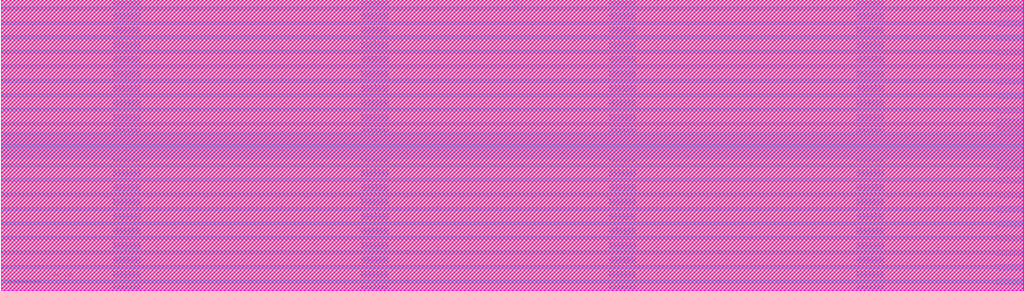
<source format=lef>
# Created by MC2 : Version 2012.02.00.d on 2024/05/10, 14:39:04

#*********************************************************************************************************************/
# Software       : TSMC MEMORY COMPILER tsn28hpcpd127spsram_2012.02.00.d.180a						*/
# Technology     : TSMC 28nm CMOS LOGIC High Performance Compact Mobile Computing Plus 1P10M HKMG CU_ELK 0.9V				*/
#  Memory Type    : TSMC 28nm High Performance Compact Mobile Computing Plus Single Port SRAM with d127 bit cell HVT periphery */
# Library Name   : ts1n28hpcphvtb32768x18m16sso (user specify : TS1N28HPCPHVTB32768X18M16SSO)				*/
# Library Version: 180a												*/
# Generated Time : 2024/05/10, 14:38:57										*/
#*********************************************************************************************************************/
#															*/
# STATEMENT OF USE													*/
#															*/
# This information contains confidential and proprietary information of TSMC.					*/
# No part of this information may be reproduced, transmitted, transcribed,						*/
# stored in a retrieval system, or translated into any human or computer						*/
# language, in any form or by any means, electronic, mechanical, magnetic,						*/
# optical, chemical, manual, or otherwise, without the prior written permission					*/
# of TSMC. This information was prepared for informational purpose and is for					*/
# use by TSMC's customers only. TSMC reserves the right to make changes in the					*/
# information at any time and without notice.									*/
#															*/
#*********************************************************************************************************************/
VERSION 5.7 ;
BUSBITCHARS "[]" ;
DIVIDERCHAR "/" ;

MACRO TS1N28HPCPHVTB32768X18M16SSO
	CLASS BLOCK ;
	FOREIGN TS1N28HPCPHVTB32768X18M16SSO 0.0 0.0 ;
	ORIGIN 0.0 0.0 ;
	SIZE 654.735 BY 186.370 ;
	SYMMETRY X Y ;
	PIN A[0]
		DIRECTION INPUT ;
		USE SIGNAL ;
		PORT
			LAYER M2 ;
			RECT 654.555 95.670 654.735 95.820 ;
			LAYER M1 ;
			RECT 654.555 95.670 654.735 95.820 ;
			LAYER M3 ;
			RECT 654.555 95.670 654.735 95.820 ;
		END
		ANTENNAGATEAREA 0.039000 LAYER M1 ;
		ANTENNADIFFAREA 0.020000 LAYER M1 ;
		ANTENNAPARTIALMETALAREA 0.109700 LAYER M1 ;
		ANTENNAMAXAREACAR 2.041700 LAYER M1 ;
		ANTENNAPARTIALCUTAREA 0.026000 LAYER VIA1 ;
		ANTENNAMAXAREACAR 0.333300 LAYER VIA1 ;
		ANTENNAGATEAREA 0.039000 LAYER M2 ;
		ANTENNADIFFAREA 0.020000 LAYER M2 ;
		ANTENNAPARTIALMETALAREA 0.483700 LAYER M2 ;
		ANTENNAMAXAREACAR 18.165000 LAYER M2 ;
		ANTENNAPARTIALCUTAREA 0.006500 LAYER VIA2 ;
		ANTENNAMAXAREACAR 0.500000 LAYER VIA2 ;
		ANTENNAGATEAREA 0.039000 LAYER M3 ;
		ANTENNADIFFAREA 0.020000 LAYER M3 ;
		ANTENNAPARTIALMETALAREA 0.027000 LAYER M3 ;
		ANTENNAMAXAREACAR 19.065000 LAYER M3 ;
	END A[0]

	PIN A[10]
		DIRECTION INPUT ;
		USE SIGNAL ;
		PORT
			LAYER M1 ;
			RECT 654.555 85.810 654.735 85.960 ;
			LAYER M3 ;
			RECT 654.555 85.810 654.735 85.960 ;
			LAYER M2 ;
			RECT 654.555 85.810 654.735 85.960 ;
		END
		ANTENNAGATEAREA 0.039000 LAYER M1 ;
		ANTENNADIFFAREA 0.020000 LAYER M1 ;
		ANTENNAPARTIALMETALAREA 0.109700 LAYER M1 ;
		ANTENNAMAXAREACAR 2.041700 LAYER M1 ;
		ANTENNAPARTIALCUTAREA 0.026000 LAYER VIA1 ;
		ANTENNAMAXAREACAR 0.333300 LAYER VIA1 ;
		ANTENNAGATEAREA 0.039000 LAYER M2 ;
		ANTENNADIFFAREA 0.020000 LAYER M2 ;
		ANTENNAPARTIALMETALAREA 0.483700 LAYER M2 ;
		ANTENNAMAXAREACAR 18.165000 LAYER M2 ;
		ANTENNAPARTIALCUTAREA 0.006500 LAYER VIA2 ;
		ANTENNAMAXAREACAR 0.500000 LAYER VIA2 ;
		ANTENNAGATEAREA 0.039000 LAYER M3 ;
		ANTENNADIFFAREA 0.020000 LAYER M3 ;
		ANTENNAPARTIALMETALAREA 0.027000 LAYER M3 ;
		ANTENNAMAXAREACAR 19.065000 LAYER M3 ;
	END A[10]

	PIN A[11]
		DIRECTION INPUT ;
		USE SIGNAL ;
		PORT
			LAYER M3 ;
			RECT 654.555 85.420 654.735 85.570 ;
			LAYER M2 ;
			RECT 654.555 85.420 654.735 85.570 ;
			LAYER M1 ;
			RECT 654.555 85.420 654.735 85.570 ;
		END
		ANTENNAGATEAREA 0.039000 LAYER M1 ;
		ANTENNADIFFAREA 0.020000 LAYER M1 ;
		ANTENNAPARTIALMETALAREA 0.109700 LAYER M1 ;
		ANTENNAMAXAREACAR 2.041700 LAYER M1 ;
		ANTENNAPARTIALCUTAREA 0.026000 LAYER VIA1 ;
		ANTENNAMAXAREACAR 0.333300 LAYER VIA1 ;
		ANTENNAGATEAREA 0.039000 LAYER M2 ;
		ANTENNADIFFAREA 0.020000 LAYER M2 ;
		ANTENNAPARTIALMETALAREA 0.483700 LAYER M2 ;
		ANTENNAMAXAREACAR 18.165000 LAYER M2 ;
		ANTENNAPARTIALCUTAREA 0.006500 LAYER VIA2 ;
		ANTENNAMAXAREACAR 0.500000 LAYER VIA2 ;
		ANTENNAGATEAREA 0.039000 LAYER M3 ;
		ANTENNADIFFAREA 0.020000 LAYER M3 ;
		ANTENNAPARTIALMETALAREA 0.027000 LAYER M3 ;
		ANTENNAMAXAREACAR 19.065000 LAYER M3 ;
	END A[11]

	PIN A[12]
		DIRECTION INPUT ;
		USE SIGNAL ;
		PORT
			LAYER M2 ;
			RECT 654.555 98.110 654.735 98.260 ;
			LAYER M1 ;
			RECT 654.555 98.110 654.735 98.260 ;
			LAYER M3 ;
			RECT 654.555 98.110 654.735 98.260 ;
		END
		ANTENNAGATEAREA 0.039000 LAYER M1 ;
		ANTENNADIFFAREA 0.020000 LAYER M1 ;
		ANTENNAPARTIALMETALAREA 0.109700 LAYER M1 ;
		ANTENNAMAXAREACAR 2.041700 LAYER M1 ;
		ANTENNAPARTIALCUTAREA 0.026000 LAYER VIA1 ;
		ANTENNAMAXAREACAR 0.333300 LAYER VIA1 ;
		ANTENNAGATEAREA 0.039000 LAYER M2 ;
		ANTENNADIFFAREA 0.020000 LAYER M2 ;
		ANTENNAPARTIALMETALAREA 0.483700 LAYER M2 ;
		ANTENNAMAXAREACAR 18.165000 LAYER M2 ;
		ANTENNAPARTIALCUTAREA 0.006500 LAYER VIA2 ;
		ANTENNAMAXAREACAR 0.500000 LAYER VIA2 ;
		ANTENNAGATEAREA 0.039000 LAYER M3 ;
		ANTENNADIFFAREA 0.020000 LAYER M3 ;
		ANTENNAPARTIALMETALAREA 0.027000 LAYER M3 ;
		ANTENNAMAXAREACAR 19.065000 LAYER M3 ;
	END A[12]

	PIN A[13]
		DIRECTION INPUT ;
		USE SIGNAL ;
		PORT
			LAYER M3 ;
			RECT 654.555 97.720 654.735 97.870 ;
			LAYER M1 ;
			RECT 654.555 97.720 654.735 97.870 ;
			LAYER M2 ;
			RECT 654.555 97.720 654.735 97.870 ;
		END
		ANTENNAGATEAREA 0.039000 LAYER M1 ;
		ANTENNADIFFAREA 0.020000 LAYER M1 ;
		ANTENNAPARTIALMETALAREA 0.109700 LAYER M1 ;
		ANTENNAMAXAREACAR 2.041700 LAYER M1 ;
		ANTENNAPARTIALCUTAREA 0.026000 LAYER VIA1 ;
		ANTENNAMAXAREACAR 0.333300 LAYER VIA1 ;
		ANTENNAGATEAREA 0.039000 LAYER M2 ;
		ANTENNADIFFAREA 0.020000 LAYER M2 ;
		ANTENNAPARTIALMETALAREA 0.483700 LAYER M2 ;
		ANTENNAMAXAREACAR 18.165000 LAYER M2 ;
		ANTENNAPARTIALCUTAREA 0.006500 LAYER VIA2 ;
		ANTENNAMAXAREACAR 0.500000 LAYER VIA2 ;
		ANTENNAGATEAREA 0.039000 LAYER M3 ;
		ANTENNADIFFAREA 0.020000 LAYER M3 ;
		ANTENNAPARTIALMETALAREA 0.027000 LAYER M3 ;
		ANTENNAMAXAREACAR 19.065000 LAYER M3 ;
	END A[13]

	PIN A[14]
		DIRECTION INPUT ;
		USE SIGNAL ;
		PORT
			LAYER M1 ;
			RECT 654.555 96.060 654.735 96.210 ;
			LAYER M2 ;
			RECT 654.555 96.060 654.735 96.210 ;
			LAYER M3 ;
			RECT 654.555 96.060 654.735 96.210 ;
		END
		ANTENNAGATEAREA 0.039000 LAYER M1 ;
		ANTENNADIFFAREA 0.020000 LAYER M1 ;
		ANTENNAPARTIALMETALAREA 0.109700 LAYER M1 ;
		ANTENNAMAXAREACAR 2.041700 LAYER M1 ;
		ANTENNAPARTIALCUTAREA 0.026000 LAYER VIA1 ;
		ANTENNAMAXAREACAR 0.333300 LAYER VIA1 ;
		ANTENNAGATEAREA 0.039000 LAYER M2 ;
		ANTENNADIFFAREA 0.020000 LAYER M2 ;
		ANTENNAPARTIALMETALAREA 0.483700 LAYER M2 ;
		ANTENNAMAXAREACAR 18.165000 LAYER M2 ;
		ANTENNAPARTIALCUTAREA 0.006500 LAYER VIA2 ;
		ANTENNAMAXAREACAR 0.500000 LAYER VIA2 ;
		ANTENNAGATEAREA 0.039000 LAYER M3 ;
		ANTENNADIFFAREA 0.020000 LAYER M3 ;
		ANTENNAPARTIALMETALAREA 0.027000 LAYER M3 ;
		ANTENNAMAXAREACAR 19.065000 LAYER M3 ;
	END A[14]

	PIN A[1]
		DIRECTION INPUT ;
		USE SIGNAL ;
		PORT
			LAYER M1 ;
			RECT 654.555 94.010 654.735 94.160 ;
			LAYER M3 ;
			RECT 654.555 94.010 654.735 94.160 ;
			LAYER M2 ;
			RECT 654.555 94.010 654.735 94.160 ;
		END
		ANTENNAGATEAREA 0.039000 LAYER M1 ;
		ANTENNADIFFAREA 0.020000 LAYER M1 ;
		ANTENNAPARTIALMETALAREA 0.109700 LAYER M1 ;
		ANTENNAMAXAREACAR 2.041700 LAYER M1 ;
		ANTENNAPARTIALCUTAREA 0.026000 LAYER VIA1 ;
		ANTENNAMAXAREACAR 0.333300 LAYER VIA1 ;
		ANTENNAGATEAREA 0.039000 LAYER M2 ;
		ANTENNADIFFAREA 0.020000 LAYER M2 ;
		ANTENNAPARTIALMETALAREA 0.483700 LAYER M2 ;
		ANTENNAMAXAREACAR 18.165000 LAYER M2 ;
		ANTENNAPARTIALCUTAREA 0.006500 LAYER VIA2 ;
		ANTENNAMAXAREACAR 0.500000 LAYER VIA2 ;
		ANTENNAGATEAREA 0.039000 LAYER M3 ;
		ANTENNADIFFAREA 0.020000 LAYER M3 ;
		ANTENNAPARTIALMETALAREA 0.027000 LAYER M3 ;
		ANTENNAMAXAREACAR 19.065000 LAYER M3 ;
	END A[1]

	PIN A[2]
		DIRECTION INPUT ;
		USE SIGNAL ;
		PORT
			LAYER M3 ;
			RECT 654.555 93.620 654.735 93.770 ;
			LAYER M1 ;
			RECT 654.555 93.620 654.735 93.770 ;
			LAYER M2 ;
			RECT 654.555 93.620 654.735 93.770 ;
		END
		ANTENNAGATEAREA 0.039000 LAYER M1 ;
		ANTENNADIFFAREA 0.020000 LAYER M1 ;
		ANTENNAPARTIALMETALAREA 0.109700 LAYER M1 ;
		ANTENNAMAXAREACAR 2.041700 LAYER M1 ;
		ANTENNAPARTIALCUTAREA 0.026000 LAYER VIA1 ;
		ANTENNAMAXAREACAR 0.333300 LAYER VIA1 ;
		ANTENNAGATEAREA 0.039000 LAYER M2 ;
		ANTENNADIFFAREA 0.020000 LAYER M2 ;
		ANTENNAPARTIALMETALAREA 0.483700 LAYER M2 ;
		ANTENNAMAXAREACAR 18.165000 LAYER M2 ;
		ANTENNAPARTIALCUTAREA 0.006500 LAYER VIA2 ;
		ANTENNAMAXAREACAR 0.500000 LAYER VIA2 ;
		ANTENNAGATEAREA 0.039000 LAYER M3 ;
		ANTENNADIFFAREA 0.020000 LAYER M3 ;
		ANTENNAPARTIALMETALAREA 0.027000 LAYER M3 ;
		ANTENNAMAXAREACAR 19.065000 LAYER M3 ;
	END A[2]

	PIN A[3]
		DIRECTION INPUT ;
		USE SIGNAL ;
		PORT
			LAYER M1 ;
			RECT 654.555 83.760 654.735 83.910 ;
			LAYER M2 ;
			RECT 654.555 83.760 654.735 83.910 ;
			LAYER M3 ;
			RECT 654.555 83.760 654.735 83.910 ;
		END
		ANTENNAGATEAREA 0.039000 LAYER M1 ;
		ANTENNADIFFAREA 0.020000 LAYER M1 ;
		ANTENNAPARTIALMETALAREA 0.109700 LAYER M1 ;
		ANTENNAMAXAREACAR 2.041700 LAYER M1 ;
		ANTENNAPARTIALCUTAREA 0.026000 LAYER VIA1 ;
		ANTENNAMAXAREACAR 0.333300 LAYER VIA1 ;
		ANTENNAGATEAREA 0.039000 LAYER M2 ;
		ANTENNADIFFAREA 0.020000 LAYER M2 ;
		ANTENNAPARTIALMETALAREA 0.483700 LAYER M2 ;
		ANTENNAMAXAREACAR 18.165000 LAYER M2 ;
		ANTENNAPARTIALCUTAREA 0.006500 LAYER VIA2 ;
		ANTENNAMAXAREACAR 0.500000 LAYER VIA2 ;
		ANTENNAGATEAREA 0.039000 LAYER M3 ;
		ANTENNADIFFAREA 0.020000 LAYER M3 ;
		ANTENNAPARTIALMETALAREA 0.027000 LAYER M3 ;
		ANTENNAMAXAREACAR 19.065000 LAYER M3 ;
	END A[3]

	PIN A[4]
		DIRECTION INPUT ;
		USE SIGNAL ;
		PORT
			LAYER M3 ;
			RECT 654.555 89.520 654.735 89.670 ;
			LAYER M2 ;
			RECT 654.555 89.520 654.735 89.670 ;
			LAYER M1 ;
			RECT 654.555 89.520 654.735 89.670 ;
		END
		ANTENNAGATEAREA 0.039000 LAYER M1 ;
		ANTENNADIFFAREA 0.020000 LAYER M1 ;
		ANTENNAPARTIALMETALAREA 0.109700 LAYER M1 ;
		ANTENNAMAXAREACAR 2.041700 LAYER M1 ;
		ANTENNAPARTIALCUTAREA 0.026000 LAYER VIA1 ;
		ANTENNAMAXAREACAR 0.333300 LAYER VIA1 ;
		ANTENNAGATEAREA 0.039000 LAYER M2 ;
		ANTENNADIFFAREA 0.020000 LAYER M2 ;
		ANTENNAPARTIALMETALAREA 0.483700 LAYER M2 ;
		ANTENNAMAXAREACAR 18.165000 LAYER M2 ;
		ANTENNAPARTIALCUTAREA 0.006500 LAYER VIA2 ;
		ANTENNAMAXAREACAR 0.500000 LAYER VIA2 ;
		ANTENNAGATEAREA 0.039000 LAYER M3 ;
		ANTENNADIFFAREA 0.020000 LAYER M3 ;
		ANTENNAPARTIALMETALAREA 0.027000 LAYER M3 ;
		ANTENNAMAXAREACAR 19.065000 LAYER M3 ;
	END A[4]

	PIN A[5]
		DIRECTION INPUT ;
		USE SIGNAL ;
		PORT
			LAYER M2 ;
			RECT 654.555 87.860 654.735 88.010 ;
			LAYER M1 ;
			RECT 654.555 87.860 654.735 88.010 ;
			LAYER M3 ;
			RECT 654.555 87.860 654.735 88.010 ;
		END
		ANTENNAGATEAREA 0.039000 LAYER M1 ;
		ANTENNADIFFAREA 0.020000 LAYER M1 ;
		ANTENNAPARTIALMETALAREA 0.109700 LAYER M1 ;
		ANTENNAMAXAREACAR 2.041700 LAYER M1 ;
		ANTENNAPARTIALCUTAREA 0.026000 LAYER VIA1 ;
		ANTENNAMAXAREACAR 0.333300 LAYER VIA1 ;
		ANTENNAGATEAREA 0.039000 LAYER M2 ;
		ANTENNADIFFAREA 0.020000 LAYER M2 ;
		ANTENNAPARTIALMETALAREA 0.483700 LAYER M2 ;
		ANTENNAMAXAREACAR 18.165000 LAYER M2 ;
		ANTENNAPARTIALCUTAREA 0.006500 LAYER VIA2 ;
		ANTENNAMAXAREACAR 0.500000 LAYER VIA2 ;
		ANTENNAGATEAREA 0.039000 LAYER M3 ;
		ANTENNADIFFAREA 0.020000 LAYER M3 ;
		ANTENNAPARTIALMETALAREA 0.027000 LAYER M3 ;
		ANTENNAMAXAREACAR 19.065000 LAYER M3 ;
	END A[5]

	PIN A[6]
		DIRECTION INPUT ;
		USE SIGNAL ;
		PORT
			LAYER M2 ;
			RECT 654.555 87.470 654.735 87.620 ;
			LAYER M3 ;
			RECT 654.555 87.470 654.735 87.620 ;
			LAYER M1 ;
			RECT 654.555 87.470 654.735 87.620 ;
		END
		ANTENNAGATEAREA 0.039000 LAYER M1 ;
		ANTENNADIFFAREA 0.020000 LAYER M1 ;
		ANTENNAPARTIALMETALAREA 0.109700 LAYER M1 ;
		ANTENNAMAXAREACAR 2.041700 LAYER M1 ;
		ANTENNAPARTIALCUTAREA 0.026000 LAYER VIA1 ;
		ANTENNAMAXAREACAR 0.333300 LAYER VIA1 ;
		ANTENNAGATEAREA 0.039000 LAYER M2 ;
		ANTENNADIFFAREA 0.020000 LAYER M2 ;
		ANTENNAPARTIALMETALAREA 0.483700 LAYER M2 ;
		ANTENNAMAXAREACAR 18.165000 LAYER M2 ;
		ANTENNAPARTIALCUTAREA 0.006500 LAYER VIA2 ;
		ANTENNAMAXAREACAR 0.500000 LAYER VIA2 ;
		ANTENNAGATEAREA 0.039000 LAYER M3 ;
		ANTENNADIFFAREA 0.020000 LAYER M3 ;
		ANTENNAPARTIALMETALAREA 0.027000 LAYER M3 ;
		ANTENNAMAXAREACAR 19.065000 LAYER M3 ;
	END A[6]

	PIN A[7]
		DIRECTION INPUT ;
		USE SIGNAL ;
		PORT
			LAYER M2 ;
			RECT 654.555 91.960 654.735 92.110 ;
			LAYER M1 ;
			RECT 654.555 91.960 654.735 92.110 ;
			LAYER M3 ;
			RECT 654.555 91.960 654.735 92.110 ;
		END
		ANTENNAGATEAREA 0.039000 LAYER M1 ;
		ANTENNADIFFAREA 0.020000 LAYER M1 ;
		ANTENNAPARTIALMETALAREA 0.109700 LAYER M1 ;
		ANTENNAMAXAREACAR 2.041700 LAYER M1 ;
		ANTENNAPARTIALCUTAREA 0.026000 LAYER VIA1 ;
		ANTENNAMAXAREACAR 0.333300 LAYER VIA1 ;
		ANTENNAGATEAREA 0.039000 LAYER M2 ;
		ANTENNADIFFAREA 0.020000 LAYER M2 ;
		ANTENNAPARTIALMETALAREA 0.483700 LAYER M2 ;
		ANTENNAMAXAREACAR 18.165000 LAYER M2 ;
		ANTENNAPARTIALCUTAREA 0.006500 LAYER VIA2 ;
		ANTENNAMAXAREACAR 0.500000 LAYER VIA2 ;
		ANTENNAGATEAREA 0.039000 LAYER M3 ;
		ANTENNADIFFAREA 0.020000 LAYER M3 ;
		ANTENNAPARTIALMETALAREA 0.027000 LAYER M3 ;
		ANTENNAMAXAREACAR 19.065000 LAYER M3 ;
	END A[7]

	PIN A[8]
		DIRECTION INPUT ;
		USE SIGNAL ;
		PORT
			LAYER M1 ;
			RECT 654.555 91.570 654.735 91.720 ;
			LAYER M3 ;
			RECT 654.555 91.570 654.735 91.720 ;
			LAYER M2 ;
			RECT 654.555 91.570 654.735 91.720 ;
		END
		ANTENNAGATEAREA 0.039000 LAYER M1 ;
		ANTENNADIFFAREA 0.020000 LAYER M1 ;
		ANTENNAPARTIALMETALAREA 0.109700 LAYER M1 ;
		ANTENNAMAXAREACAR 2.041700 LAYER M1 ;
		ANTENNAPARTIALCUTAREA 0.026000 LAYER VIA1 ;
		ANTENNAMAXAREACAR 0.333300 LAYER VIA1 ;
		ANTENNAGATEAREA 0.039000 LAYER M2 ;
		ANTENNADIFFAREA 0.020000 LAYER M2 ;
		ANTENNAPARTIALMETALAREA 0.483700 LAYER M2 ;
		ANTENNAMAXAREACAR 18.165000 LAYER M2 ;
		ANTENNAPARTIALCUTAREA 0.006500 LAYER VIA2 ;
		ANTENNAMAXAREACAR 0.500000 LAYER VIA2 ;
		ANTENNAGATEAREA 0.039000 LAYER M3 ;
		ANTENNADIFFAREA 0.020000 LAYER M3 ;
		ANTENNAPARTIALMETALAREA 0.027000 LAYER M3 ;
		ANTENNAMAXAREACAR 19.065000 LAYER M3 ;
	END A[8]

	PIN A[9]
		DIRECTION INPUT ;
		USE SIGNAL ;
		PORT
			LAYER M2 ;
			RECT 654.555 89.910 654.735 90.060 ;
			LAYER M1 ;
			RECT 654.555 89.910 654.735 90.060 ;
			LAYER M3 ;
			RECT 654.555 89.910 654.735 90.060 ;
		END
		ANTENNAGATEAREA 0.039000 LAYER M1 ;
		ANTENNADIFFAREA 0.020000 LAYER M1 ;
		ANTENNAPARTIALMETALAREA 0.109700 LAYER M1 ;
		ANTENNAMAXAREACAR 2.041700 LAYER M1 ;
		ANTENNAPARTIALCUTAREA 0.026000 LAYER VIA1 ;
		ANTENNAMAXAREACAR 0.333300 LAYER VIA1 ;
		ANTENNAGATEAREA 0.039000 LAYER M2 ;
		ANTENNADIFFAREA 0.020000 LAYER M2 ;
		ANTENNAPARTIALMETALAREA 0.483700 LAYER M2 ;
		ANTENNAMAXAREACAR 18.165000 LAYER M2 ;
		ANTENNAPARTIALCUTAREA 0.006500 LAYER VIA2 ;
		ANTENNAMAXAREACAR 0.500000 LAYER VIA2 ;
		ANTENNAGATEAREA 0.039000 LAYER M3 ;
		ANTENNADIFFAREA 0.020000 LAYER M3 ;
		ANTENNAPARTIALMETALAREA 0.027000 LAYER M3 ;
		ANTENNAMAXAREACAR 19.065000 LAYER M3 ;
	END A[9]

	PIN CEB
		DIRECTION INPUT ;
		USE SIGNAL ;
		PORT
			LAYER M3 ;
			RECT 654.555 99.770 654.735 99.920 ;
			LAYER M2 ;
			RECT 654.555 99.770 654.735 99.920 ;
			LAYER M1 ;
			RECT 654.555 99.770 654.735 99.920 ;
		END
		ANTENNAGATEAREA 0.039000 LAYER M1 ;
		ANTENNADIFFAREA 0.020000 LAYER M1 ;
		ANTENNAPARTIALMETALAREA 0.115300 LAYER M1 ;
		ANTENNAMAXAREACAR 2.228300 LAYER M1 ;
		ANTENNAPARTIALCUTAREA 0.026000 LAYER VIA1 ;
		ANTENNAMAXAREACAR 0.515900 LAYER VIA1 ;
		ANTENNAGATEAREA 0.039000 LAYER M2 ;
		ANTENNADIFFAREA 0.020000 LAYER M2 ;
		ANTENNAPARTIALMETALAREA 0.249900 LAYER M2 ;
		ANTENNAMAXAREACAR 10.191100 LAYER M2 ;
		ANTENNAPARTIALCUTAREA 0.006500 LAYER VIA2 ;
		ANTENNAMAXAREACAR 0.732500 LAYER VIA2 ;
		ANTENNAGATEAREA 0.039000 LAYER M3 ;
		ANTENNADIFFAREA 0.020000 LAYER M3 ;
		ANTENNAPARTIALMETALAREA 0.027000 LAYER M3 ;
		ANTENNAMAXAREACAR 11.091100 LAYER M3 ;
	END CEB

	PIN CLK
		DIRECTION INPUT ;
		USE SIGNAL ;
		PORT
			LAYER M2 ;
			RECT 654.555 100.400 654.735 100.550 ;
			LAYER M3 ;
			RECT 654.555 100.400 654.735 100.550 ;
			LAYER M1 ;
			RECT 654.555 100.400 654.735 100.550 ;
		END
		ANTENNAGATEAREA 2.013900 LAYER M1 ;
		ANTENNADIFFAREA 0.020000 LAYER M1 ;
		ANTENNAPARTIALMETALAREA 3.534300 LAYER M1 ;
		ANTENNAMAXAREACAR 5.372500 LAYER M1 ;
		ANTENNAPARTIALCUTAREA 0.331500 LAYER VIA1 ;
		ANTENNAMAXAREACAR 0.866700 LAYER VIA1 ;
		ANTENNAGATEAREA 2.013900 LAYER M2 ;
		ANTENNADIFFAREA 0.020000 LAYER M2 ;
		ANTENNAPARTIALMETALAREA 2.694600 LAYER M2 ;
		ANTENNAMAXAREACAR 33.912400 LAYER M2 ;
		ANTENNAPARTIALCUTAREA 0.292500 LAYER VIA2 ;
		ANTENNAMAXAREACAR 1.097200 LAYER VIA2 ;
		ANTENNAGATEAREA 2.013900 LAYER M3 ;
		ANTENNADIFFAREA 0.020000 LAYER M3 ;
		ANTENNAPARTIALMETALAREA 2.754400 LAYER M3 ;
		ANTENNAMAXAREACAR 35.107800 LAYER M3 ;
	END CLK

	PIN D[0]
		DIRECTION INPUT ;
		USE SIGNAL ;
		PORT
			LAYER M2 ;
			RECT 654.555 6.635 654.735 6.785 ;
			LAYER M1 ;
			RECT 654.555 6.635 654.735 6.785 ;
			LAYER M3 ;
			RECT 654.555 6.635 654.735 6.785 ;
		END
		ANTENNAGATEAREA 0.039000 LAYER M1 ;
		ANTENNADIFFAREA 0.020000 LAYER M1 ;
		ANTENNAPARTIALMETALAREA 0.125300 LAYER M1 ;
		ANTENNAMAXAREACAR 2.560000 LAYER M1 ;
		ANTENNAPARTIALCUTAREA 0.026000 LAYER VIA1 ;
		ANTENNAMAXAREACAR 0.333300 LAYER VIA1 ;
		ANTENNAGATEAREA 0.039000 LAYER M2 ;
		ANTENNADIFFAREA 0.020000 LAYER M2 ;
		ANTENNAPARTIALMETALAREA 0.481400 LAYER M2 ;
		ANTENNAMAXAREACAR 18.608300 LAYER M2 ;
		ANTENNAPARTIALCUTAREA 0.006500 LAYER VIA2 ;
		ANTENNAMAXAREACAR 0.500000 LAYER VIA2 ;
		ANTENNAGATEAREA 0.039000 LAYER M3 ;
		ANTENNADIFFAREA 0.020000 LAYER M3 ;
		ANTENNAPARTIALMETALAREA 0.027000 LAYER M3 ;
		ANTENNAMAXAREACAR 19.508300 LAYER M3 ;
	END D[0]

	PIN D[10]
		DIRECTION INPUT ;
		USE SIGNAL ;
		PORT
			LAYER M3 ;
			RECT 654.555 116.555 654.735 116.705 ;
			LAYER M2 ;
			RECT 654.555 116.555 654.735 116.705 ;
			LAYER M1 ;
			RECT 654.555 116.555 654.735 116.705 ;
		END
		ANTENNAGATEAREA 0.039000 LAYER M1 ;
		ANTENNADIFFAREA 0.020000 LAYER M1 ;
		ANTENNAPARTIALMETALAREA 0.125300 LAYER M1 ;
		ANTENNAMAXAREACAR 2.560000 LAYER M1 ;
		ANTENNAPARTIALCUTAREA 0.026000 LAYER VIA1 ;
		ANTENNAMAXAREACAR 0.333300 LAYER VIA1 ;
		ANTENNAGATEAREA 0.039000 LAYER M2 ;
		ANTENNADIFFAREA 0.020000 LAYER M2 ;
		ANTENNAPARTIALMETALAREA 0.481400 LAYER M2 ;
		ANTENNAMAXAREACAR 18.608300 LAYER M2 ;
		ANTENNAPARTIALCUTAREA 0.006500 LAYER VIA2 ;
		ANTENNAMAXAREACAR 0.500000 LAYER VIA2 ;
		ANTENNAGATEAREA 0.039000 LAYER M3 ;
		ANTENNADIFFAREA 0.020000 LAYER M3 ;
		ANTENNAPARTIALMETALAREA 0.027000 LAYER M3 ;
		ANTENNAMAXAREACAR 19.508300 LAYER M3 ;
	END D[10]

	PIN D[11]
		DIRECTION INPUT ;
		USE SIGNAL ;
		PORT
			LAYER M2 ;
			RECT 654.555 125.835 654.735 125.985 ;
			LAYER M1 ;
			RECT 654.555 125.835 654.735 125.985 ;
			LAYER M3 ;
			RECT 654.555 125.835 654.735 125.985 ;
		END
		ANTENNAGATEAREA 0.039000 LAYER M1 ;
		ANTENNADIFFAREA 0.020000 LAYER M1 ;
		ANTENNAPARTIALMETALAREA 0.125300 LAYER M1 ;
		ANTENNAMAXAREACAR 2.560000 LAYER M1 ;
		ANTENNAPARTIALCUTAREA 0.026000 LAYER VIA1 ;
		ANTENNAMAXAREACAR 0.333300 LAYER VIA1 ;
		ANTENNAGATEAREA 0.039000 LAYER M2 ;
		ANTENNADIFFAREA 0.020000 LAYER M2 ;
		ANTENNAPARTIALMETALAREA 0.481400 LAYER M2 ;
		ANTENNAMAXAREACAR 18.608300 LAYER M2 ;
		ANTENNAPARTIALCUTAREA 0.006500 LAYER VIA2 ;
		ANTENNAMAXAREACAR 0.500000 LAYER VIA2 ;
		ANTENNAGATEAREA 0.039000 LAYER M3 ;
		ANTENNADIFFAREA 0.020000 LAYER M3 ;
		ANTENNAPARTIALMETALAREA 0.027000 LAYER M3 ;
		ANTENNAMAXAREACAR 19.508300 LAYER M3 ;
	END D[11]

	PIN D[12]
		DIRECTION INPUT ;
		USE SIGNAL ;
		PORT
			LAYER M2 ;
			RECT 654.555 135.115 654.735 135.265 ;
			LAYER M1 ;
			RECT 654.555 135.115 654.735 135.265 ;
			LAYER M3 ;
			RECT 654.555 135.115 654.735 135.265 ;
		END
		ANTENNAGATEAREA 0.039000 LAYER M1 ;
		ANTENNADIFFAREA 0.020000 LAYER M1 ;
		ANTENNAPARTIALMETALAREA 0.125300 LAYER M1 ;
		ANTENNAMAXAREACAR 2.560000 LAYER M1 ;
		ANTENNAPARTIALCUTAREA 0.026000 LAYER VIA1 ;
		ANTENNAMAXAREACAR 0.333300 LAYER VIA1 ;
		ANTENNAGATEAREA 0.039000 LAYER M2 ;
		ANTENNADIFFAREA 0.020000 LAYER M2 ;
		ANTENNAPARTIALMETALAREA 0.481400 LAYER M2 ;
		ANTENNAMAXAREACAR 18.608300 LAYER M2 ;
		ANTENNAPARTIALCUTAREA 0.006500 LAYER VIA2 ;
		ANTENNAMAXAREACAR 0.500000 LAYER VIA2 ;
		ANTENNAGATEAREA 0.039000 LAYER M3 ;
		ANTENNADIFFAREA 0.020000 LAYER M3 ;
		ANTENNAPARTIALMETALAREA 0.027000 LAYER M3 ;
		ANTENNAMAXAREACAR 19.508300 LAYER M3 ;
	END D[12]

	PIN D[13]
		DIRECTION INPUT ;
		USE SIGNAL ;
		PORT
			LAYER M2 ;
			RECT 654.555 144.395 654.735 144.545 ;
			LAYER M1 ;
			RECT 654.555 144.395 654.735 144.545 ;
			LAYER M3 ;
			RECT 654.555 144.395 654.735 144.545 ;
		END
		ANTENNAGATEAREA 0.039000 LAYER M1 ;
		ANTENNADIFFAREA 0.020000 LAYER M1 ;
		ANTENNAPARTIALMETALAREA 0.125300 LAYER M1 ;
		ANTENNAMAXAREACAR 2.560000 LAYER M1 ;
		ANTENNAPARTIALCUTAREA 0.026000 LAYER VIA1 ;
		ANTENNAMAXAREACAR 0.333300 LAYER VIA1 ;
		ANTENNAGATEAREA 0.039000 LAYER M2 ;
		ANTENNADIFFAREA 0.020000 LAYER M2 ;
		ANTENNAPARTIALMETALAREA 0.481400 LAYER M2 ;
		ANTENNAMAXAREACAR 18.608300 LAYER M2 ;
		ANTENNAPARTIALCUTAREA 0.006500 LAYER VIA2 ;
		ANTENNAMAXAREACAR 0.500000 LAYER VIA2 ;
		ANTENNAGATEAREA 0.039000 LAYER M3 ;
		ANTENNADIFFAREA 0.020000 LAYER M3 ;
		ANTENNAPARTIALMETALAREA 0.027000 LAYER M3 ;
		ANTENNAMAXAREACAR 19.508300 LAYER M3 ;
	END D[13]

	PIN D[14]
		DIRECTION INPUT ;
		USE SIGNAL ;
		PORT
			LAYER M2 ;
			RECT 654.555 153.675 654.735 153.825 ;
			LAYER M3 ;
			RECT 654.555 153.675 654.735 153.825 ;
			LAYER M1 ;
			RECT 654.555 153.675 654.735 153.825 ;
		END
		ANTENNAGATEAREA 0.039000 LAYER M1 ;
		ANTENNADIFFAREA 0.020000 LAYER M1 ;
		ANTENNAPARTIALMETALAREA 0.125300 LAYER M1 ;
		ANTENNAMAXAREACAR 2.560000 LAYER M1 ;
		ANTENNAPARTIALCUTAREA 0.026000 LAYER VIA1 ;
		ANTENNAMAXAREACAR 0.333300 LAYER VIA1 ;
		ANTENNAGATEAREA 0.039000 LAYER M2 ;
		ANTENNADIFFAREA 0.020000 LAYER M2 ;
		ANTENNAPARTIALMETALAREA 0.481400 LAYER M2 ;
		ANTENNAMAXAREACAR 18.608300 LAYER M2 ;
		ANTENNAPARTIALCUTAREA 0.006500 LAYER VIA2 ;
		ANTENNAMAXAREACAR 0.500000 LAYER VIA2 ;
		ANTENNAGATEAREA 0.039000 LAYER M3 ;
		ANTENNADIFFAREA 0.020000 LAYER M3 ;
		ANTENNAPARTIALMETALAREA 0.027000 LAYER M3 ;
		ANTENNAMAXAREACAR 19.508300 LAYER M3 ;
	END D[14]

	PIN D[15]
		DIRECTION INPUT ;
		USE SIGNAL ;
		PORT
			LAYER M2 ;
			RECT 654.555 162.955 654.735 163.105 ;
			LAYER M1 ;
			RECT 654.555 162.955 654.735 163.105 ;
			LAYER M3 ;
			RECT 654.555 162.955 654.735 163.105 ;
		END
		ANTENNAGATEAREA 0.039000 LAYER M1 ;
		ANTENNADIFFAREA 0.020000 LAYER M1 ;
		ANTENNAPARTIALMETALAREA 0.125300 LAYER M1 ;
		ANTENNAMAXAREACAR 2.560000 LAYER M1 ;
		ANTENNAPARTIALCUTAREA 0.026000 LAYER VIA1 ;
		ANTENNAMAXAREACAR 0.333300 LAYER VIA1 ;
		ANTENNAGATEAREA 0.039000 LAYER M2 ;
		ANTENNADIFFAREA 0.020000 LAYER M2 ;
		ANTENNAPARTIALMETALAREA 0.481400 LAYER M2 ;
		ANTENNAMAXAREACAR 18.608300 LAYER M2 ;
		ANTENNAPARTIALCUTAREA 0.006500 LAYER VIA2 ;
		ANTENNAMAXAREACAR 0.500000 LAYER VIA2 ;
		ANTENNAGATEAREA 0.039000 LAYER M3 ;
		ANTENNADIFFAREA 0.020000 LAYER M3 ;
		ANTENNAPARTIALMETALAREA 0.027000 LAYER M3 ;
		ANTENNAMAXAREACAR 19.508300 LAYER M3 ;
	END D[15]

	PIN D[16]
		DIRECTION INPUT ;
		USE SIGNAL ;
		PORT
			LAYER M2 ;
			RECT 654.555 172.235 654.735 172.385 ;
			LAYER M3 ;
			RECT 654.555 172.235 654.735 172.385 ;
			LAYER M1 ;
			RECT 654.555 172.235 654.735 172.385 ;
		END
		ANTENNAGATEAREA 0.039000 LAYER M1 ;
		ANTENNADIFFAREA 0.020000 LAYER M1 ;
		ANTENNAPARTIALMETALAREA 0.125300 LAYER M1 ;
		ANTENNAMAXAREACAR 2.560000 LAYER M1 ;
		ANTENNAPARTIALCUTAREA 0.026000 LAYER VIA1 ;
		ANTENNAMAXAREACAR 0.333300 LAYER VIA1 ;
		ANTENNAGATEAREA 0.039000 LAYER M2 ;
		ANTENNADIFFAREA 0.020000 LAYER M2 ;
		ANTENNAPARTIALMETALAREA 0.481400 LAYER M2 ;
		ANTENNAMAXAREACAR 18.608300 LAYER M2 ;
		ANTENNAPARTIALCUTAREA 0.006500 LAYER VIA2 ;
		ANTENNAMAXAREACAR 0.500000 LAYER VIA2 ;
		ANTENNAGATEAREA 0.039000 LAYER M3 ;
		ANTENNADIFFAREA 0.020000 LAYER M3 ;
		ANTENNAPARTIALMETALAREA 0.027000 LAYER M3 ;
		ANTENNAMAXAREACAR 19.508300 LAYER M3 ;
	END D[16]

	PIN D[17]
		DIRECTION INPUT ;
		USE SIGNAL ;
		PORT
			LAYER M2 ;
			RECT 654.555 181.515 654.735 181.665 ;
			LAYER M1 ;
			RECT 654.555 181.515 654.735 181.665 ;
			LAYER M3 ;
			RECT 654.555 181.515 654.735 181.665 ;
		END
		ANTENNAGATEAREA 0.039000 LAYER M1 ;
		ANTENNADIFFAREA 0.020000 LAYER M1 ;
		ANTENNAPARTIALMETALAREA 0.125300 LAYER M1 ;
		ANTENNAMAXAREACAR 2.560000 LAYER M1 ;
		ANTENNAPARTIALCUTAREA 0.026000 LAYER VIA1 ;
		ANTENNAMAXAREACAR 0.333300 LAYER VIA1 ;
		ANTENNAGATEAREA 0.039000 LAYER M2 ;
		ANTENNADIFFAREA 0.020000 LAYER M2 ;
		ANTENNAPARTIALMETALAREA 0.481400 LAYER M2 ;
		ANTENNAMAXAREACAR 18.608300 LAYER M2 ;
		ANTENNAPARTIALCUTAREA 0.006500 LAYER VIA2 ;
		ANTENNAMAXAREACAR 0.500000 LAYER VIA2 ;
		ANTENNAGATEAREA 0.039000 LAYER M3 ;
		ANTENNADIFFAREA 0.020000 LAYER M3 ;
		ANTENNAPARTIALMETALAREA 0.027000 LAYER M3 ;
		ANTENNAMAXAREACAR 19.508300 LAYER M3 ;
	END D[17]

	PIN D[1]
		DIRECTION INPUT ;
		USE SIGNAL ;
		PORT
			LAYER M3 ;
			RECT 654.555 15.915 654.735 16.065 ;
			LAYER M1 ;
			RECT 654.555 15.915 654.735 16.065 ;
			LAYER M2 ;
			RECT 654.555 15.915 654.735 16.065 ;
		END
		ANTENNAGATEAREA 0.039000 LAYER M1 ;
		ANTENNADIFFAREA 0.020000 LAYER M1 ;
		ANTENNAPARTIALMETALAREA 0.125300 LAYER M1 ;
		ANTENNAMAXAREACAR 2.560000 LAYER M1 ;
		ANTENNAPARTIALCUTAREA 0.026000 LAYER VIA1 ;
		ANTENNAMAXAREACAR 0.333300 LAYER VIA1 ;
		ANTENNAGATEAREA 0.039000 LAYER M2 ;
		ANTENNADIFFAREA 0.020000 LAYER M2 ;
		ANTENNAPARTIALMETALAREA 0.481400 LAYER M2 ;
		ANTENNAMAXAREACAR 18.608300 LAYER M2 ;
		ANTENNAPARTIALCUTAREA 0.006500 LAYER VIA2 ;
		ANTENNAMAXAREACAR 0.500000 LAYER VIA2 ;
		ANTENNAGATEAREA 0.039000 LAYER M3 ;
		ANTENNADIFFAREA 0.020000 LAYER M3 ;
		ANTENNAPARTIALMETALAREA 0.027000 LAYER M3 ;
		ANTENNAMAXAREACAR 19.508300 LAYER M3 ;
	END D[1]

	PIN D[2]
		DIRECTION INPUT ;
		USE SIGNAL ;
		PORT
			LAYER M2 ;
			RECT 654.555 25.195 654.735 25.345 ;
			LAYER M1 ;
			RECT 654.555 25.195 654.735 25.345 ;
			LAYER M3 ;
			RECT 654.555 25.195 654.735 25.345 ;
		END
		ANTENNAGATEAREA 0.039000 LAYER M1 ;
		ANTENNADIFFAREA 0.020000 LAYER M1 ;
		ANTENNAPARTIALMETALAREA 0.125300 LAYER M1 ;
		ANTENNAMAXAREACAR 2.560000 LAYER M1 ;
		ANTENNAPARTIALCUTAREA 0.026000 LAYER VIA1 ;
		ANTENNAMAXAREACAR 0.333300 LAYER VIA1 ;
		ANTENNAGATEAREA 0.039000 LAYER M2 ;
		ANTENNADIFFAREA 0.020000 LAYER M2 ;
		ANTENNAPARTIALMETALAREA 0.481400 LAYER M2 ;
		ANTENNAMAXAREACAR 18.608300 LAYER M2 ;
		ANTENNAPARTIALCUTAREA 0.006500 LAYER VIA2 ;
		ANTENNAMAXAREACAR 0.500000 LAYER VIA2 ;
		ANTENNAGATEAREA 0.039000 LAYER M3 ;
		ANTENNADIFFAREA 0.020000 LAYER M3 ;
		ANTENNAPARTIALMETALAREA 0.027000 LAYER M3 ;
		ANTENNAMAXAREACAR 19.508300 LAYER M3 ;
	END D[2]

	PIN D[3]
		DIRECTION INPUT ;
		USE SIGNAL ;
		PORT
			LAYER M3 ;
			RECT 654.555 34.475 654.735 34.625 ;
			LAYER M1 ;
			RECT 654.555 34.475 654.735 34.625 ;
			LAYER M2 ;
			RECT 654.555 34.475 654.735 34.625 ;
		END
		ANTENNAGATEAREA 0.039000 LAYER M1 ;
		ANTENNADIFFAREA 0.020000 LAYER M1 ;
		ANTENNAPARTIALMETALAREA 0.125300 LAYER M1 ;
		ANTENNAMAXAREACAR 2.560000 LAYER M1 ;
		ANTENNAPARTIALCUTAREA 0.026000 LAYER VIA1 ;
		ANTENNAMAXAREACAR 0.333300 LAYER VIA1 ;
		ANTENNAGATEAREA 0.039000 LAYER M2 ;
		ANTENNADIFFAREA 0.020000 LAYER M2 ;
		ANTENNAPARTIALMETALAREA 0.481400 LAYER M2 ;
		ANTENNAMAXAREACAR 18.608300 LAYER M2 ;
		ANTENNAPARTIALCUTAREA 0.006500 LAYER VIA2 ;
		ANTENNAMAXAREACAR 0.500000 LAYER VIA2 ;
		ANTENNAGATEAREA 0.039000 LAYER M3 ;
		ANTENNADIFFAREA 0.020000 LAYER M3 ;
		ANTENNAPARTIALMETALAREA 0.027000 LAYER M3 ;
		ANTENNAMAXAREACAR 19.508300 LAYER M3 ;
	END D[3]

	PIN D[4]
		DIRECTION INPUT ;
		USE SIGNAL ;
		PORT
			LAYER M2 ;
			RECT 654.555 43.755 654.735 43.905 ;
			LAYER M3 ;
			RECT 654.555 43.755 654.735 43.905 ;
			LAYER M1 ;
			RECT 654.555 43.755 654.735 43.905 ;
		END
		ANTENNAGATEAREA 0.039000 LAYER M1 ;
		ANTENNADIFFAREA 0.020000 LAYER M1 ;
		ANTENNAPARTIALMETALAREA 0.125300 LAYER M1 ;
		ANTENNAMAXAREACAR 2.560000 LAYER M1 ;
		ANTENNAPARTIALCUTAREA 0.026000 LAYER VIA1 ;
		ANTENNAMAXAREACAR 0.333300 LAYER VIA1 ;
		ANTENNAGATEAREA 0.039000 LAYER M2 ;
		ANTENNADIFFAREA 0.020000 LAYER M2 ;
		ANTENNAPARTIALMETALAREA 0.481400 LAYER M2 ;
		ANTENNAMAXAREACAR 18.608300 LAYER M2 ;
		ANTENNAPARTIALCUTAREA 0.006500 LAYER VIA2 ;
		ANTENNAMAXAREACAR 0.500000 LAYER VIA2 ;
		ANTENNAGATEAREA 0.039000 LAYER M3 ;
		ANTENNADIFFAREA 0.020000 LAYER M3 ;
		ANTENNAPARTIALMETALAREA 0.027000 LAYER M3 ;
		ANTENNAMAXAREACAR 19.508300 LAYER M3 ;
	END D[4]

	PIN D[5]
		DIRECTION INPUT ;
		USE SIGNAL ;
		PORT
			LAYER M3 ;
			RECT 654.555 53.035 654.735 53.185 ;
			LAYER M2 ;
			RECT 654.555 53.035 654.735 53.185 ;
			LAYER M1 ;
			RECT 654.555 53.035 654.735 53.185 ;
		END
		ANTENNAGATEAREA 0.039000 LAYER M1 ;
		ANTENNADIFFAREA 0.020000 LAYER M1 ;
		ANTENNAPARTIALMETALAREA 0.125300 LAYER M1 ;
		ANTENNAMAXAREACAR 2.560000 LAYER M1 ;
		ANTENNAPARTIALCUTAREA 0.026000 LAYER VIA1 ;
		ANTENNAMAXAREACAR 0.333300 LAYER VIA1 ;
		ANTENNAGATEAREA 0.039000 LAYER M2 ;
		ANTENNADIFFAREA 0.020000 LAYER M2 ;
		ANTENNAPARTIALMETALAREA 0.481400 LAYER M2 ;
		ANTENNAMAXAREACAR 18.608300 LAYER M2 ;
		ANTENNAPARTIALCUTAREA 0.006500 LAYER VIA2 ;
		ANTENNAMAXAREACAR 0.500000 LAYER VIA2 ;
		ANTENNAGATEAREA 0.039000 LAYER M3 ;
		ANTENNADIFFAREA 0.020000 LAYER M3 ;
		ANTENNAPARTIALMETALAREA 0.027000 LAYER M3 ;
		ANTENNAMAXAREACAR 19.508300 LAYER M3 ;
	END D[5]

	PIN D[6]
		DIRECTION INPUT ;
		USE SIGNAL ;
		PORT
			LAYER M3 ;
			RECT 654.555 62.315 654.735 62.465 ;
			LAYER M2 ;
			RECT 654.555 62.315 654.735 62.465 ;
			LAYER M1 ;
			RECT 654.555 62.315 654.735 62.465 ;
		END
		ANTENNAGATEAREA 0.039000 LAYER M1 ;
		ANTENNADIFFAREA 0.020000 LAYER M1 ;
		ANTENNAPARTIALMETALAREA 0.125300 LAYER M1 ;
		ANTENNAMAXAREACAR 2.560000 LAYER M1 ;
		ANTENNAPARTIALCUTAREA 0.026000 LAYER VIA1 ;
		ANTENNAMAXAREACAR 0.333300 LAYER VIA1 ;
		ANTENNAGATEAREA 0.039000 LAYER M2 ;
		ANTENNADIFFAREA 0.020000 LAYER M2 ;
		ANTENNAPARTIALMETALAREA 0.481400 LAYER M2 ;
		ANTENNAMAXAREACAR 18.608300 LAYER M2 ;
		ANTENNAPARTIALCUTAREA 0.006500 LAYER VIA2 ;
		ANTENNAMAXAREACAR 0.500000 LAYER VIA2 ;
		ANTENNAGATEAREA 0.039000 LAYER M3 ;
		ANTENNADIFFAREA 0.020000 LAYER M3 ;
		ANTENNAPARTIALMETALAREA 0.027000 LAYER M3 ;
		ANTENNAMAXAREACAR 19.508300 LAYER M3 ;
	END D[6]

	PIN D[7]
		DIRECTION INPUT ;
		USE SIGNAL ;
		PORT
			LAYER M2 ;
			RECT 654.555 71.595 654.735 71.745 ;
			LAYER M3 ;
			RECT 654.555 71.595 654.735 71.745 ;
			LAYER M1 ;
			RECT 654.555 71.595 654.735 71.745 ;
		END
		ANTENNAGATEAREA 0.039000 LAYER M1 ;
		ANTENNADIFFAREA 0.020000 LAYER M1 ;
		ANTENNAPARTIALMETALAREA 0.125300 LAYER M1 ;
		ANTENNAMAXAREACAR 2.560000 LAYER M1 ;
		ANTENNAPARTIALCUTAREA 0.026000 LAYER VIA1 ;
		ANTENNAMAXAREACAR 0.333300 LAYER VIA1 ;
		ANTENNAGATEAREA 0.039000 LAYER M2 ;
		ANTENNADIFFAREA 0.020000 LAYER M2 ;
		ANTENNAPARTIALMETALAREA 0.481400 LAYER M2 ;
		ANTENNAMAXAREACAR 18.608300 LAYER M2 ;
		ANTENNAPARTIALCUTAREA 0.006500 LAYER VIA2 ;
		ANTENNAMAXAREACAR 0.500000 LAYER VIA2 ;
		ANTENNAGATEAREA 0.039000 LAYER M3 ;
		ANTENNADIFFAREA 0.020000 LAYER M3 ;
		ANTENNAPARTIALMETALAREA 0.027000 LAYER M3 ;
		ANTENNAMAXAREACAR 19.508300 LAYER M3 ;
	END D[7]

	PIN D[8]
		DIRECTION INPUT ;
		USE SIGNAL ;
		PORT
			LAYER M1 ;
			RECT 654.555 76.235 654.735 76.385 ;
			LAYER M3 ;
			RECT 654.555 76.235 654.735 76.385 ;
			LAYER M2 ;
			RECT 654.555 76.235 654.735 76.385 ;
		END
		ANTENNAGATEAREA 0.039000 LAYER M1 ;
		ANTENNADIFFAREA 0.020000 LAYER M1 ;
		ANTENNAPARTIALMETALAREA 0.125300 LAYER M1 ;
		ANTENNAMAXAREACAR 2.560000 LAYER M1 ;
		ANTENNAPARTIALCUTAREA 0.026000 LAYER VIA1 ;
		ANTENNAMAXAREACAR 0.333300 LAYER VIA1 ;
		ANTENNAGATEAREA 0.039000 LAYER M2 ;
		ANTENNADIFFAREA 0.020000 LAYER M2 ;
		ANTENNAPARTIALMETALAREA 0.481400 LAYER M2 ;
		ANTENNAMAXAREACAR 18.608300 LAYER M2 ;
		ANTENNAPARTIALCUTAREA 0.006500 LAYER VIA2 ;
		ANTENNAMAXAREACAR 0.500000 LAYER VIA2 ;
		ANTENNAGATEAREA 0.039000 LAYER M3 ;
		ANTENNADIFFAREA 0.020000 LAYER M3 ;
		ANTENNAPARTIALMETALAREA 0.027000 LAYER M3 ;
		ANTENNAMAXAREACAR 19.508300 LAYER M3 ;
	END D[8]

	PIN D[9]
		DIRECTION INPUT ;
		USE SIGNAL ;
		PORT
			LAYER M1 ;
			RECT 654.555 109.595 654.735 109.745 ;
			LAYER M2 ;
			RECT 654.555 109.595 654.735 109.745 ;
			LAYER M3 ;
			RECT 654.555 109.595 654.735 109.745 ;
		END
		ANTENNAGATEAREA 0.039000 LAYER M1 ;
		ANTENNADIFFAREA 0.020000 LAYER M1 ;
		ANTENNAPARTIALMETALAREA 0.125300 LAYER M1 ;
		ANTENNAMAXAREACAR 2.560000 LAYER M1 ;
		ANTENNAPARTIALCUTAREA 0.026000 LAYER VIA1 ;
		ANTENNAMAXAREACAR 0.333300 LAYER VIA1 ;
		ANTENNAGATEAREA 0.039000 LAYER M2 ;
		ANTENNADIFFAREA 0.020000 LAYER M2 ;
		ANTENNAPARTIALMETALAREA 0.481400 LAYER M2 ;
		ANTENNAMAXAREACAR 18.608300 LAYER M2 ;
		ANTENNAPARTIALCUTAREA 0.006500 LAYER VIA2 ;
		ANTENNAMAXAREACAR 0.500000 LAYER VIA2 ;
		ANTENNAGATEAREA 0.039000 LAYER M3 ;
		ANTENNADIFFAREA 0.020000 LAYER M3 ;
		ANTENNAPARTIALMETALAREA 0.027000 LAYER M3 ;
		ANTENNAMAXAREACAR 19.508300 LAYER M3 ;
	END D[9]

	PIN Q[0]
		DIRECTION OUTPUT ;
		USE SIGNAL ;
		PORT
			LAYER M2 ;
			RECT 654.555 7.645 654.735 7.795 ;
			LAYER M1 ;
			RECT 654.555 7.645 654.735 7.795 ;
			LAYER M3 ;
			RECT 654.555 7.645 654.735 7.795 ;
		END
		ANTENNADIFFAREA 0.163000 LAYER M1 ;
		ANTENNAPARTIALMETALAREA 0.265500 LAYER M1 ;
		ANTENNAPARTIALCUTAREA 0.032500 LAYER VIA1 ;
		ANTENNADIFFAREA 0.163000 LAYER M2 ;
		ANTENNAPARTIALMETALAREA 1.154000 LAYER M2 ;
		ANTENNAPARTIALCUTAREA 0.026000 LAYER VIA2 ;
		ANTENNADIFFAREA 0.163000 LAYER M3 ;
		ANTENNAPARTIALMETALAREA 0.176700 LAYER M3 ;
	END Q[0]

	PIN Q[10]
		DIRECTION OUTPUT ;
		USE SIGNAL ;
		PORT
			LAYER M1 ;
			RECT 654.555 117.565 654.735 117.715 ;
			LAYER M3 ;
			RECT 654.555 117.565 654.735 117.715 ;
			LAYER M2 ;
			RECT 654.555 117.565 654.735 117.715 ;
		END
		ANTENNADIFFAREA 0.163000 LAYER M1 ;
		ANTENNAPARTIALMETALAREA 0.265500 LAYER M1 ;
		ANTENNAPARTIALCUTAREA 0.032500 LAYER VIA1 ;
		ANTENNADIFFAREA 0.163000 LAYER M2 ;
		ANTENNAPARTIALMETALAREA 1.154000 LAYER M2 ;
		ANTENNAPARTIALCUTAREA 0.026000 LAYER VIA2 ;
		ANTENNADIFFAREA 0.163000 LAYER M3 ;
		ANTENNAPARTIALMETALAREA 0.176700 LAYER M3 ;
	END Q[10]

	PIN Q[11]
		DIRECTION OUTPUT ;
		USE SIGNAL ;
		PORT
			LAYER M1 ;
			RECT 654.555 126.845 654.735 126.995 ;
			LAYER M2 ;
			RECT 654.555 126.845 654.735 126.995 ;
			LAYER M3 ;
			RECT 654.555 126.845 654.735 126.995 ;
		END
		ANTENNADIFFAREA 0.163000 LAYER M1 ;
		ANTENNAPARTIALMETALAREA 0.265500 LAYER M1 ;
		ANTENNAPARTIALCUTAREA 0.032500 LAYER VIA1 ;
		ANTENNADIFFAREA 0.163000 LAYER M2 ;
		ANTENNAPARTIALMETALAREA 1.154000 LAYER M2 ;
		ANTENNAPARTIALCUTAREA 0.026000 LAYER VIA2 ;
		ANTENNADIFFAREA 0.163000 LAYER M3 ;
		ANTENNAPARTIALMETALAREA 0.176700 LAYER M3 ;
	END Q[11]

	PIN Q[12]
		DIRECTION OUTPUT ;
		USE SIGNAL ;
		PORT
			LAYER M2 ;
			RECT 654.555 136.125 654.735 136.275 ;
			LAYER M3 ;
			RECT 654.555 136.125 654.735 136.275 ;
			LAYER M1 ;
			RECT 654.555 136.125 654.735 136.275 ;
		END
		ANTENNADIFFAREA 0.163000 LAYER M1 ;
		ANTENNAPARTIALMETALAREA 0.265500 LAYER M1 ;
		ANTENNAPARTIALCUTAREA 0.032500 LAYER VIA1 ;
		ANTENNADIFFAREA 0.163000 LAYER M2 ;
		ANTENNAPARTIALMETALAREA 1.154000 LAYER M2 ;
		ANTENNAPARTIALCUTAREA 0.026000 LAYER VIA2 ;
		ANTENNADIFFAREA 0.163000 LAYER M3 ;
		ANTENNAPARTIALMETALAREA 0.176700 LAYER M3 ;
	END Q[12]

	PIN Q[13]
		DIRECTION OUTPUT ;
		USE SIGNAL ;
		PORT
			LAYER M3 ;
			RECT 654.555 145.405 654.735 145.555 ;
			LAYER M2 ;
			RECT 654.555 145.405 654.735 145.555 ;
			LAYER M1 ;
			RECT 654.555 145.405 654.735 145.555 ;
		END
		ANTENNADIFFAREA 0.163000 LAYER M1 ;
		ANTENNAPARTIALMETALAREA 0.265500 LAYER M1 ;
		ANTENNAPARTIALCUTAREA 0.032500 LAYER VIA1 ;
		ANTENNADIFFAREA 0.163000 LAYER M2 ;
		ANTENNAPARTIALMETALAREA 1.154000 LAYER M2 ;
		ANTENNAPARTIALCUTAREA 0.026000 LAYER VIA2 ;
		ANTENNADIFFAREA 0.163000 LAYER M3 ;
		ANTENNAPARTIALMETALAREA 0.176700 LAYER M3 ;
	END Q[13]

	PIN Q[14]
		DIRECTION OUTPUT ;
		USE SIGNAL ;
		PORT
			LAYER M1 ;
			RECT 654.555 154.685 654.735 154.835 ;
			LAYER M2 ;
			RECT 654.555 154.685 654.735 154.835 ;
			LAYER M3 ;
			RECT 654.555 154.685 654.735 154.835 ;
		END
		ANTENNADIFFAREA 0.163000 LAYER M1 ;
		ANTENNAPARTIALMETALAREA 0.265500 LAYER M1 ;
		ANTENNAPARTIALCUTAREA 0.032500 LAYER VIA1 ;
		ANTENNADIFFAREA 0.163000 LAYER M2 ;
		ANTENNAPARTIALMETALAREA 1.154000 LAYER M2 ;
		ANTENNAPARTIALCUTAREA 0.026000 LAYER VIA2 ;
		ANTENNADIFFAREA 0.163000 LAYER M3 ;
		ANTENNAPARTIALMETALAREA 0.176700 LAYER M3 ;
	END Q[14]

	PIN Q[15]
		DIRECTION OUTPUT ;
		USE SIGNAL ;
		PORT
			LAYER M1 ;
			RECT 654.555 163.965 654.735 164.115 ;
			LAYER M2 ;
			RECT 654.555 163.965 654.735 164.115 ;
			LAYER M3 ;
			RECT 654.555 163.965 654.735 164.115 ;
		END
		ANTENNADIFFAREA 0.163000 LAYER M1 ;
		ANTENNAPARTIALMETALAREA 0.265500 LAYER M1 ;
		ANTENNAPARTIALCUTAREA 0.032500 LAYER VIA1 ;
		ANTENNADIFFAREA 0.163000 LAYER M2 ;
		ANTENNAPARTIALMETALAREA 1.154000 LAYER M2 ;
		ANTENNAPARTIALCUTAREA 0.026000 LAYER VIA2 ;
		ANTENNADIFFAREA 0.163000 LAYER M3 ;
		ANTENNAPARTIALMETALAREA 0.176700 LAYER M3 ;
	END Q[15]

	PIN Q[16]
		DIRECTION OUTPUT ;
		USE SIGNAL ;
		PORT
			LAYER M3 ;
			RECT 654.555 173.245 654.735 173.395 ;
			LAYER M2 ;
			RECT 654.555 173.245 654.735 173.395 ;
			LAYER M1 ;
			RECT 654.555 173.245 654.735 173.395 ;
		END
		ANTENNADIFFAREA 0.163000 LAYER M1 ;
		ANTENNAPARTIALMETALAREA 0.265500 LAYER M1 ;
		ANTENNAPARTIALCUTAREA 0.032500 LAYER VIA1 ;
		ANTENNADIFFAREA 0.163000 LAYER M2 ;
		ANTENNAPARTIALMETALAREA 1.154000 LAYER M2 ;
		ANTENNAPARTIALCUTAREA 0.026000 LAYER VIA2 ;
		ANTENNADIFFAREA 0.163000 LAYER M3 ;
		ANTENNAPARTIALMETALAREA 0.176700 LAYER M3 ;
	END Q[16]

	PIN Q[17]
		DIRECTION OUTPUT ;
		USE SIGNAL ;
		PORT
			LAYER M2 ;
			RECT 654.555 182.525 654.735 182.675 ;
			LAYER M1 ;
			RECT 654.555 182.525 654.735 182.675 ;
			LAYER M3 ;
			RECT 654.555 182.525 654.735 182.675 ;
		END
		ANTENNADIFFAREA 0.163000 LAYER M1 ;
		ANTENNAPARTIALMETALAREA 0.265500 LAYER M1 ;
		ANTENNAPARTIALCUTAREA 0.032500 LAYER VIA1 ;
		ANTENNADIFFAREA 0.163000 LAYER M2 ;
		ANTENNAPARTIALMETALAREA 1.154000 LAYER M2 ;
		ANTENNAPARTIALCUTAREA 0.026000 LAYER VIA2 ;
		ANTENNADIFFAREA 0.163000 LAYER M3 ;
		ANTENNAPARTIALMETALAREA 0.176700 LAYER M3 ;
	END Q[17]

	PIN Q[1]
		DIRECTION OUTPUT ;
		USE SIGNAL ;
		PORT
			LAYER M3 ;
			RECT 654.555 16.925 654.735 17.075 ;
			LAYER M1 ;
			RECT 654.555 16.925 654.735 17.075 ;
			LAYER M2 ;
			RECT 654.555 16.925 654.735 17.075 ;
		END
		ANTENNADIFFAREA 0.163000 LAYER M1 ;
		ANTENNAPARTIALMETALAREA 0.265500 LAYER M1 ;
		ANTENNAPARTIALCUTAREA 0.032500 LAYER VIA1 ;
		ANTENNADIFFAREA 0.163000 LAYER M2 ;
		ANTENNAPARTIALMETALAREA 1.154000 LAYER M2 ;
		ANTENNAPARTIALCUTAREA 0.026000 LAYER VIA2 ;
		ANTENNADIFFAREA 0.163000 LAYER M3 ;
		ANTENNAPARTIALMETALAREA 0.176700 LAYER M3 ;
	END Q[1]

	PIN Q[2]
		DIRECTION OUTPUT ;
		USE SIGNAL ;
		PORT
			LAYER M2 ;
			RECT 654.555 26.205 654.735 26.355 ;
			LAYER M3 ;
			RECT 654.555 26.205 654.735 26.355 ;
			LAYER M1 ;
			RECT 654.555 26.205 654.735 26.355 ;
		END
		ANTENNADIFFAREA 0.163000 LAYER M1 ;
		ANTENNAPARTIALMETALAREA 0.265500 LAYER M1 ;
		ANTENNAPARTIALCUTAREA 0.032500 LAYER VIA1 ;
		ANTENNADIFFAREA 0.163000 LAYER M2 ;
		ANTENNAPARTIALMETALAREA 1.154000 LAYER M2 ;
		ANTENNAPARTIALCUTAREA 0.026000 LAYER VIA2 ;
		ANTENNADIFFAREA 0.163000 LAYER M3 ;
		ANTENNAPARTIALMETALAREA 0.176700 LAYER M3 ;
	END Q[2]

	PIN Q[3]
		DIRECTION OUTPUT ;
		USE SIGNAL ;
		PORT
			LAYER M2 ;
			RECT 654.555 35.485 654.735 35.635 ;
			LAYER M3 ;
			RECT 654.555 35.485 654.735 35.635 ;
			LAYER M1 ;
			RECT 654.555 35.485 654.735 35.635 ;
		END
		ANTENNADIFFAREA 0.163000 LAYER M1 ;
		ANTENNAPARTIALMETALAREA 0.265500 LAYER M1 ;
		ANTENNAPARTIALCUTAREA 0.032500 LAYER VIA1 ;
		ANTENNADIFFAREA 0.163000 LAYER M2 ;
		ANTENNAPARTIALMETALAREA 1.154000 LAYER M2 ;
		ANTENNAPARTIALCUTAREA 0.026000 LAYER VIA2 ;
		ANTENNADIFFAREA 0.163000 LAYER M3 ;
		ANTENNAPARTIALMETALAREA 0.176700 LAYER M3 ;
	END Q[3]

	PIN Q[4]
		DIRECTION OUTPUT ;
		USE SIGNAL ;
		PORT
			LAYER M2 ;
			RECT 654.555 44.765 654.735 44.915 ;
			LAYER M3 ;
			RECT 654.555 44.765 654.735 44.915 ;
			LAYER M1 ;
			RECT 654.555 44.765 654.735 44.915 ;
		END
		ANTENNADIFFAREA 0.163000 LAYER M1 ;
		ANTENNAPARTIALMETALAREA 0.265500 LAYER M1 ;
		ANTENNAPARTIALCUTAREA 0.032500 LAYER VIA1 ;
		ANTENNADIFFAREA 0.163000 LAYER M2 ;
		ANTENNAPARTIALMETALAREA 1.154000 LAYER M2 ;
		ANTENNAPARTIALCUTAREA 0.026000 LAYER VIA2 ;
		ANTENNADIFFAREA 0.163000 LAYER M3 ;
		ANTENNAPARTIALMETALAREA 0.176700 LAYER M3 ;
	END Q[4]

	PIN Q[5]
		DIRECTION OUTPUT ;
		USE SIGNAL ;
		PORT
			LAYER M3 ;
			RECT 654.555 54.045 654.735 54.195 ;
			LAYER M1 ;
			RECT 654.555 54.045 654.735 54.195 ;
			LAYER M2 ;
			RECT 654.555 54.045 654.735 54.195 ;
		END
		ANTENNADIFFAREA 0.163000 LAYER M1 ;
		ANTENNAPARTIALMETALAREA 0.265500 LAYER M1 ;
		ANTENNAPARTIALCUTAREA 0.032500 LAYER VIA1 ;
		ANTENNADIFFAREA 0.163000 LAYER M2 ;
		ANTENNAPARTIALMETALAREA 1.154000 LAYER M2 ;
		ANTENNAPARTIALCUTAREA 0.026000 LAYER VIA2 ;
		ANTENNADIFFAREA 0.163000 LAYER M3 ;
		ANTENNAPARTIALMETALAREA 0.176700 LAYER M3 ;
	END Q[5]

	PIN Q[6]
		DIRECTION OUTPUT ;
		USE SIGNAL ;
		PORT
			LAYER M3 ;
			RECT 654.555 63.325 654.735 63.475 ;
			LAYER M2 ;
			RECT 654.555 63.325 654.735 63.475 ;
			LAYER M1 ;
			RECT 654.555 63.325 654.735 63.475 ;
		END
		ANTENNADIFFAREA 0.163000 LAYER M1 ;
		ANTENNAPARTIALMETALAREA 0.265500 LAYER M1 ;
		ANTENNAPARTIALCUTAREA 0.032500 LAYER VIA1 ;
		ANTENNADIFFAREA 0.163000 LAYER M2 ;
		ANTENNAPARTIALMETALAREA 1.154000 LAYER M2 ;
		ANTENNAPARTIALCUTAREA 0.026000 LAYER VIA2 ;
		ANTENNADIFFAREA 0.163000 LAYER M3 ;
		ANTENNAPARTIALMETALAREA 0.176700 LAYER M3 ;
	END Q[6]

	PIN Q[7]
		DIRECTION OUTPUT ;
		USE SIGNAL ;
		PORT
			LAYER M1 ;
			RECT 654.555 72.605 654.735 72.755 ;
			LAYER M3 ;
			RECT 654.555 72.605 654.735 72.755 ;
			LAYER M2 ;
			RECT 654.555 72.605 654.735 72.755 ;
		END
		ANTENNADIFFAREA 0.163000 LAYER M1 ;
		ANTENNAPARTIALMETALAREA 0.265500 LAYER M1 ;
		ANTENNAPARTIALCUTAREA 0.032500 LAYER VIA1 ;
		ANTENNADIFFAREA 0.163000 LAYER M2 ;
		ANTENNAPARTIALMETALAREA 1.154000 LAYER M2 ;
		ANTENNAPARTIALCUTAREA 0.026000 LAYER VIA2 ;
		ANTENNADIFFAREA 0.163000 LAYER M3 ;
		ANTENNAPARTIALMETALAREA 0.176700 LAYER M3 ;
	END Q[7]

	PIN Q[8]
		DIRECTION OUTPUT ;
		USE SIGNAL ;
		PORT
			LAYER M2 ;
			RECT 654.555 77.245 654.735 77.395 ;
			LAYER M3 ;
			RECT 654.555 77.245 654.735 77.395 ;
			LAYER M1 ;
			RECT 654.555 77.245 654.735 77.395 ;
		END
		ANTENNADIFFAREA 0.163000 LAYER M1 ;
		ANTENNAPARTIALMETALAREA 0.265500 LAYER M1 ;
		ANTENNAPARTIALCUTAREA 0.032500 LAYER VIA1 ;
		ANTENNADIFFAREA 0.163000 LAYER M2 ;
		ANTENNAPARTIALMETALAREA 1.154000 LAYER M2 ;
		ANTENNAPARTIALCUTAREA 0.026000 LAYER VIA2 ;
		ANTENNADIFFAREA 0.163000 LAYER M3 ;
		ANTENNAPARTIALMETALAREA 0.176700 LAYER M3 ;
	END Q[8]

	PIN Q[9]
		DIRECTION OUTPUT ;
		USE SIGNAL ;
		PORT
			LAYER M3 ;
			RECT 654.555 110.605 654.735 110.755 ;
			LAYER M2 ;
			RECT 654.555 110.605 654.735 110.755 ;
			LAYER M1 ;
			RECT 654.555 110.605 654.735 110.755 ;
		END
		ANTENNADIFFAREA 0.163000 LAYER M1 ;
		ANTENNAPARTIALMETALAREA 0.265500 LAYER M1 ;
		ANTENNAPARTIALCUTAREA 0.032500 LAYER VIA1 ;
		ANTENNADIFFAREA 0.163000 LAYER M2 ;
		ANTENNAPARTIALMETALAREA 1.154000 LAYER M2 ;
		ANTENNAPARTIALCUTAREA 0.026000 LAYER VIA2 ;
		ANTENNADIFFAREA 0.163000 LAYER M3 ;
		ANTENNAPARTIALMETALAREA 0.176700 LAYER M3 ;
	END Q[9]

	PIN SD
		DIRECTION INPUT ;
		USE SIGNAL ;
		PORT
			LAYER M1 ;
			RECT 654.555 81.145 654.735 81.295 ;
			LAYER M2 ;
			RECT 654.555 81.145 654.735 81.295 ;
			LAYER M3 ;
			RECT 654.555 81.145 654.735 81.295 ;
		END
		ANTENNAGATEAREA 0.051000 LAYER M1 ;
		ANTENNADIFFAREA 0.020000 LAYER M1 ;
		ANTENNAPARTIALMETALAREA 0.839700 LAYER M1 ;
		ANTENNAMAXAREACAR 9.087800 LAYER M1 ;
		ANTENNAPARTIALCUTAREA 0.032500 LAYER VIA1 ;
		ANTENNAMAXAREACAR 0.585600 LAYER VIA1 ;
		ANTENNAGATEAREA 0.051000 LAYER M2 ;
		ANTENNADIFFAREA 0.020000 LAYER M2 ;
		ANTENNAPARTIALMETALAREA 1.499900 LAYER M2 ;
		ANTENNAMAXAREACAR 48.990700 LAYER M2 ;
		ANTENNAPARTIALCUTAREA 0.032500 LAYER VIA2 ;
		ANTENNAMAXAREACAR 0.878400 LAYER VIA2 ;
		ANTENNAGATEAREA 0.051000 LAYER M3 ;
		ANTENNADIFFAREA 0.020000 LAYER M3 ;
		ANTENNAPARTIALMETALAREA 0.590600 LAYER M3 ;
		ANTENNAMAXAREACAR 48.990700 LAYER M3 ;
	END SD

	PIN SLP
		DIRECTION INPUT ;
		USE SIGNAL ;
		PORT
			LAYER M2 ;
			RECT 654.555 81.860 654.735 82.010 ;
			LAYER M3 ;
			RECT 654.555 81.860 654.735 82.010 ;
			LAYER M1 ;
			RECT 654.555 81.860 654.735 82.010 ;
		END
		ANTENNAGATEAREA 0.027000 LAYER M1 ;
		ANTENNADIFFAREA 0.020000 LAYER M1 ;
		ANTENNAPARTIALMETALAREA 0.172400 LAYER M1 ;
		ANTENNAMAXAREACAR 8.260000 LAYER M1 ;
		ANTENNAPARTIALCUTAREA 0.026000 LAYER VIA1 ;
		ANTENNAMAXAREACAR 0.433300 LAYER VIA1 ;
		ANTENNAGATEAREA 0.027000 LAYER M2 ;
		ANTENNADIFFAREA 0.020000 LAYER M2 ;
		ANTENNAPARTIALMETALAREA 1.269000 LAYER M2 ;
		ANTENNAMAXAREACAR 48.814800 LAYER M2 ;
		ANTENNAPARTIALCUTAREA 0.032500 LAYER VIA2 ;
		ANTENNAMAXAREACAR 0.866700 LAYER VIA2 ;
		ANTENNAGATEAREA 0.027000 LAYER M3 ;
		ANTENNADIFFAREA 0.020000 LAYER M3 ;
		ANTENNAPARTIALMETALAREA 0.564300 LAYER M3 ;
		ANTENNAMAXAREACAR 48.814800 LAYER M3 ;
	END SLP

	PIN VDD
		DIRECTION INOUT ;
		USE POWER ;
		PORT
			LAYER M4 ;
			RECT 0.000 4.875 654.345 5.205 ;
			LAYER M4 ;
			RECT 0.000 14.155 654.345 14.485 ;
			LAYER M4 ;
			RECT 0.000 23.435 654.345 23.765 ;
			LAYER M4 ;
			RECT 0.000 32.715 654.345 33.045 ;
			LAYER M4 ;
			RECT 0.000 41.995 654.345 42.325 ;
			LAYER M4 ;
			RECT 0.000 51.275 654.345 51.605 ;
			LAYER M4 ;
			RECT 0.000 60.555 654.345 60.885 ;
			LAYER M4 ;
			RECT 0.000 69.835 654.345 70.165 ;
			LAYER M4 ;
			RECT 0.000 79.115 654.735 79.445 ;
			LAYER M4 ;
			RECT 0.000 91.755 654.735 92.325 ;
			LAYER M4 ;
			RECT 0.000 92.455 654.735 93.025 ;
			LAYER M4 ;
			RECT 0.000 99.435 654.735 100.005 ;
			LAYER M4 ;
			RECT 0.000 105.515 654.735 105.845 ;
			LAYER M4 ;
			RECT 0.000 114.795 654.345 115.125 ;
			LAYER M4 ;
			RECT 0.000 124.075 654.345 124.405 ;
			LAYER M4 ;
			RECT 0.000 133.355 654.345 133.685 ;
			LAYER M4 ;
			RECT 0.000 142.635 654.345 142.965 ;
			LAYER M4 ;
			RECT 0.000 151.915 654.345 152.245 ;
			LAYER M4 ;
			RECT 0.000 161.195 654.345 161.525 ;
			LAYER M4 ;
			RECT 0.000 170.475 654.345 170.805 ;
			LAYER M4 ;
			RECT 0.000 179.755 654.345 180.085 ;
		END
	END VDD

	PIN VSS
		DIRECTION INOUT ;
		USE GROUND ;
		PORT
			LAYER M4 ;
			RECT 0.000 6.285 654.345 6.665 ;
			LAYER M4 ;
			RECT 0.000 15.565 654.345 15.945 ;
			LAYER M4 ;
			RECT 0.000 24.845 654.345 25.225 ;
			LAYER M4 ;
			RECT 0.000 34.125 654.345 34.505 ;
			LAYER M4 ;
			RECT 0.000 43.405 654.345 43.785 ;
			LAYER M4 ;
			RECT 0.000 52.685 654.345 53.065 ;
			LAYER M4 ;
			RECT 0.000 61.965 654.345 62.345 ;
			LAYER M4 ;
			RECT 0.000 71.245 654.345 71.625 ;
			LAYER M4 ;
			RECT 0.000 80.525 654.735 80.905 ;
			LAYER M4 ;
			RECT 0.000 90.355 654.735 90.925 ;
			LAYER M4 ;
			RECT 0.000 91.055 654.735 91.625 ;
			LAYER M4 ;
			RECT 0.000 93.385 654.735 93.955 ;
			LAYER M4 ;
			RECT 0.000 106.925 654.735 107.305 ;
			LAYER M4 ;
			RECT 0.000 116.205 654.345 116.585 ;
			LAYER M4 ;
			RECT 0.000 125.485 654.345 125.865 ;
			LAYER M4 ;
			RECT 0.000 134.765 654.345 135.145 ;
			LAYER M4 ;
			RECT 0.000 144.045 654.345 144.425 ;
			LAYER M4 ;
			RECT 0.000 153.325 654.345 153.705 ;
			LAYER M4 ;
			RECT 0.000 162.605 654.345 162.985 ;
			LAYER M4 ;
			RECT 0.000 171.885 654.345 172.265 ;
			LAYER M4 ;
			RECT 0.000 181.165 654.345 181.545 ;
		END
	END VSS

	PIN WEB
		DIRECTION INPUT ;
		USE SIGNAL ;
		PORT
			LAYER M2 ;
			RECT 654.555 83.370 654.735 83.520 ;
			LAYER M3 ;
			RECT 654.555 83.370 654.735 83.520 ;
			LAYER M1 ;
			RECT 654.555 83.370 654.735 83.520 ;
		END
		ANTENNAGATEAREA 0.039000 LAYER M1 ;
		ANTENNADIFFAREA 0.020000 LAYER M1 ;
		ANTENNAPARTIALMETALAREA 0.109700 LAYER M1 ;
		ANTENNAMAXAREACAR 2.041700 LAYER M1 ;
		ANTENNAPARTIALCUTAREA 0.026000 LAYER VIA1 ;
		ANTENNAMAXAREACAR 0.333300 LAYER VIA1 ;
		ANTENNAGATEAREA 0.039000 LAYER M2 ;
		ANTENNADIFFAREA 0.020000 LAYER M2 ;
		ANTENNAPARTIALMETALAREA 0.445400 LAYER M2 ;
		ANTENNAMAXAREACAR 16.888300 LAYER M2 ;
		ANTENNAPARTIALCUTAREA 0.006500 LAYER VIA2 ;
		ANTENNAMAXAREACAR 0.500000 LAYER VIA2 ;
		ANTENNAGATEAREA 0.039000 LAYER M3 ;
		ANTENNADIFFAREA 0.020000 LAYER M3 ;
		ANTENNAPARTIALMETALAREA 0.027000 LAYER M3 ;
		ANTENNAMAXAREACAR 17.788300 LAYER M3 ;
	END WEB

	OBS
		# Promoted blockages
		LAYER M2 ;
		RECT 654.555 77.475 654.735 81.065 ;
		LAYER M3 ;
		RECT 654.555 71.825 654.735 72.525 ;
		LAYER VIA3 ;
		RECT 654.555 71.825 654.735 72.525 ;
		LAYER M1 ;
		RECT 654.555 71.805 654.735 72.545 ;
		LAYER M1 ;
		RECT 654.555 145.615 654.735 153.615 ;
		LAYER M3 ;
		RECT 654.555 145.635 654.735 153.595 ;
		LAYER VIA3 ;
		RECT 654.555 145.635 654.735 153.595 ;
		LAYER M2 ;
		RECT 654.555 145.635 654.735 153.595 ;
		LAYER VIA3 ;
		RECT 654.555 77.475 654.735 81.065 ;
		LAYER M3 ;
		RECT 654.555 77.475 654.735 81.065 ;
		LAYER M1 ;
		RECT 654.555 144.605 654.735 145.345 ;
		LAYER VIA3 ;
		RECT 654.555 81.375 654.735 81.780 ;
		LAYER M2 ;
		RECT 654.555 81.375 654.735 81.780 ;
		LAYER M3 ;
		RECT 654.555 81.375 654.735 81.780 ;
		LAYER M2 ;
		RECT 654.555 83.600 654.735 83.680 ;
		LAYER M3 ;
		RECT 654.555 83.600 654.735 83.680 ;
		LAYER VIA3 ;
		RECT 654.555 83.600 654.735 83.680 ;
		LAYER M1 ;
		RECT 654.555 83.580 654.735 83.700 ;
		LAYER M2 ;
		RECT 654.555 83.990 654.735 85.340 ;
		LAYER M3 ;
		RECT 654.555 83.990 654.735 85.340 ;
		LAYER VIA3 ;
		RECT 654.555 83.990 654.735 85.340 ;
		LAYER M2 ;
		RECT 654.555 86.040 654.735 87.390 ;
		LAYER M3 ;
		RECT 654.555 135.345 654.735 136.045 ;
		LAYER VIA3 ;
		RECT 654.555 135.345 654.735 136.045 ;
		LAYER M2 ;
		RECT 654.555 135.345 654.735 136.045 ;
		LAYER M1 ;
		RECT 654.555 82.070 654.735 83.310 ;
		LAYER VIA3 ;
		RECT 654.555 82.090 654.735 83.290 ;
		LAYER M1 ;
		RECT 654.555 83.970 654.735 85.360 ;
		LAYER M2 ;
		RECT 654.555 82.090 654.735 83.290 ;
		LAYER M3 ;
		RECT 654.555 82.090 654.735 83.290 ;
		LAYER M3 ;
		RECT 654.555 144.625 654.735 145.325 ;
		LAYER M2 ;
		RECT 654.555 144.625 654.735 145.325 ;
		LAYER VIA3 ;
		RECT 654.555 144.625 654.735 145.325 ;
		LAYER VIA3 ;
		RECT 654.555 136.355 654.735 144.315 ;
		LAYER M1 ;
		RECT 654.555 85.630 654.735 85.750 ;
		LAYER M3 ;
		RECT 654.555 85.650 654.735 85.730 ;
		LAYER M2 ;
		RECT 654.555 85.650 654.735 85.730 ;
		LAYER M1 ;
		RECT 654.555 86.020 654.735 87.410 ;
		LAYER VIA3 ;
		RECT 654.555 86.040 654.735 87.390 ;
		LAYER M3 ;
		RECT 654.555 86.040 654.735 87.390 ;
		LAYER M1 ;
		RECT 654.555 109.805 654.735 110.545 ;
		LAYER M1 ;
		RECT 654.555 116.765 654.735 117.505 ;
		LAYER M1 ;
		RECT 654.555 117.775 654.735 125.775 ;
		LAYER M2 ;
		RECT 654.555 127.075 654.735 135.035 ;
		LAYER M2 ;
		RECT 654.555 100.630 654.735 109.515 ;
		LAYER M1 ;
		RECT 654.555 100.610 654.735 109.535 ;
		LAYER M1 ;
		RECT 654.555 127.055 654.735 135.055 ;
		LAYER M3 ;
		RECT 654.555 54.275 654.735 62.235 ;
		LAYER M2 ;
		RECT 654.555 53.265 654.735 53.965 ;
		LAYER VIA3 ;
		RECT 654.555 53.265 654.735 53.965 ;
		LAYER M3 ;
		RECT 654.555 53.265 654.735 53.965 ;
		LAYER M1 ;
		RECT 654.555 62.525 654.735 63.265 ;
		LAYER M2 ;
		RECT 654.555 63.555 654.735 71.515 ;
		LAYER M3 ;
		RECT 654.555 43.985 654.735 44.685 ;
		LAYER M3 ;
		RECT 654.555 62.545 654.735 63.245 ;
		LAYER M3 ;
		RECT 654.555 63.555 654.735 71.515 ;
		LAYER VIA3 ;
		RECT 654.555 62.545 654.735 63.245 ;
		LAYER M2 ;
		RECT 654.555 62.545 654.735 63.245 ;
		LAYER M1 ;
		RECT 654.555 43.965 654.735 44.705 ;
		LAYER M1 ;
		RECT 654.555 35.695 654.735 43.695 ;
		LAYER M2 ;
		RECT 654.555 44.995 654.735 52.955 ;
		LAYER M3 ;
		RECT 654.555 44.995 654.735 52.955 ;
		LAYER M1 ;
		RECT 654.555 44.975 654.735 52.975 ;
		LAYER M2 ;
		RECT 654.555 43.985 654.735 44.685 ;
		LAYER VIA3 ;
		RECT 654.555 43.985 654.735 44.685 ;
		LAYER M1 ;
		RECT 654.555 25.405 654.735 26.145 ;
		LAYER M2 ;
		RECT 654.555 35.715 654.735 43.675 ;
		LAYER M3 ;
		RECT 654.555 35.715 654.735 43.675 ;
		LAYER VIA3 ;
		RECT 654.555 35.715 654.735 43.675 ;
		LAYER M2 ;
		RECT 654.555 54.275 654.735 62.235 ;
		LAYER VIA3 ;
		RECT 654.555 54.275 654.735 62.235 ;
		LAYER M1 ;
		RECT 654.555 53.245 654.735 53.985 ;
		LAYER M2 ;
		RECT 654.555 89.750 654.735 89.830 ;
		LAYER M1 ;
		RECT 654.555 89.730 654.735 89.850 ;
		LAYER M2 ;
		RECT 654.555 88.090 654.735 89.440 ;
		LAYER VIA3 ;
		RECT 654.555 88.090 654.735 89.440 ;
		LAYER M3 ;
		RECT 654.555 89.750 654.735 89.830 ;
		LAYER VIA3 ;
		RECT 654.555 89.750 654.735 89.830 ;
		LAYER M1 ;
		RECT 654.555 88.070 654.735 89.460 ;
		LAYER M2 ;
		RECT 654.555 87.700 654.735 87.780 ;
		LAYER M1 ;
		RECT 654.555 87.680 654.735 87.800 ;
		LAYER M3 ;
		RECT 654.555 88.090 654.735 89.440 ;
		LAYER VIA3 ;
		RECT 654.555 85.650 654.735 85.730 ;
		LAYER M3 ;
		RECT 654.555 109.825 654.735 110.525 ;
		LAYER VIA3 ;
		RECT 654.555 109.825 654.735 110.525 ;
		LAYER M2 ;
		RECT 654.555 109.825 654.735 110.525 ;
		LAYER M3 ;
		RECT 654.555 100.630 654.735 109.515 ;
		LAYER VIA3 ;
		RECT 654.555 100.630 654.735 109.515 ;
		LAYER M3 ;
		RECT 654.555 87.700 654.735 87.780 ;
		LAYER VIA3 ;
		RECT 654.555 87.700 654.735 87.780 ;
		LAYER M1 ;
		RECT 654.555 77.455 654.735 81.085 ;
		LAYER M1 ;
		RECT 654.555 81.355 654.735 81.800 ;
		LAYER M2 ;
		RECT 654.555 90.140 654.735 91.490 ;
		LAYER M2 ;
		RECT 654.555 92.190 654.735 93.540 ;
		LAYER M1 ;
		RECT 654.555 92.170 654.735 93.560 ;
		LAYER M1 ;
		RECT 654.555 91.780 654.735 91.900 ;
		LAYER M3 ;
		RECT 654.555 90.140 654.735 91.490 ;
		LAYER VIA3 ;
		RECT 654.555 90.140 654.735 91.490 ;
		LAYER VIA3 ;
		RECT 654.555 91.800 654.735 91.880 ;
		LAYER M2 ;
		RECT 654.555 91.800 654.735 91.880 ;
		LAYER M3 ;
		RECT 654.555 91.800 654.735 91.880 ;
		LAYER VIA3 ;
		RECT 654.555 92.190 654.735 93.540 ;
		LAYER M3 ;
		RECT 654.555 92.190 654.735 93.540 ;
		LAYER M1 ;
		RECT 654.555 93.830 654.735 93.950 ;
		LAYER M2 ;
		RECT 654.555 93.850 654.735 93.930 ;
		LAYER VIA3 ;
		RECT 654.555 93.850 654.735 93.930 ;
		LAYER M3 ;
		RECT 654.555 93.850 654.735 93.930 ;
		LAYER M2 ;
		RECT 654.555 34.705 654.735 35.405 ;
		LAYER M1 ;
		RECT 654.555 34.685 654.735 35.425 ;
		LAYER M3 ;
		RECT 654.555 26.435 654.735 34.395 ;
		LAYER M2 ;
		RECT 654.555 26.435 654.735 34.395 ;
		LAYER VIA3 ;
		RECT 654.555 44.995 654.735 52.955 ;
		LAYER M1 ;
		RECT 654.555 54.255 654.735 62.255 ;
		LAYER M2 ;
		RECT 654.555 25.425 654.735 26.125 ;
		LAYER M3 ;
		RECT 654.555 25.425 654.735 26.125 ;
		LAYER VIA3 ;
		RECT 654.555 25.425 654.735 26.125 ;
		LAYER M2 ;
		RECT 654.555 16.145 654.735 16.845 ;
		LAYER M1 ;
		RECT 654.555 16.125 654.735 16.865 ;
		LAYER M2 ;
		RECT 654.555 6.865 654.735 7.565 ;
		LAYER M3 ;
		RECT 654.555 6.865 654.735 7.565 ;
		LAYER M1 ;
		RECT 654.555 17.135 654.735 25.135 ;
		LAYER VIA3 ;
		RECT 654.555 17.155 654.735 25.115 ;
		LAYER M1 ;
		RECT 654.555 0.000 654.735 6.575 ;
		LAYER M2 ;
		RECT 654.555 0.000 654.735 6.555 ;
		LAYER M3 ;
		RECT 654.555 0.000 654.735 6.555 ;
		LAYER VIA3 ;
		RECT 654.555 0.000 654.735 6.555 ;
		LAYER VIA3 ;
		RECT 654.555 34.705 654.735 35.405 ;
		LAYER M3 ;
		RECT 654.555 34.705 654.735 35.405 ;
		LAYER VIA3 ;
		RECT 654.555 26.435 654.735 34.395 ;
		LAYER M1 ;
		RECT 654.555 26.415 654.735 34.415 ;
		LAYER M3 ;
		RECT 654.555 16.145 654.735 16.845 ;
		LAYER VIA3 ;
		RECT 654.555 16.145 654.735 16.845 ;
		LAYER VIA3 ;
		RECT 654.555 6.865 654.735 7.565 ;
		LAYER M3 ;
		RECT 654.555 95.900 654.735 95.980 ;
		LAYER VIA3 ;
		RECT 654.555 95.900 654.735 95.980 ;
		LAYER M1 ;
		RECT 654.555 94.220 654.735 95.610 ;
		LAYER M1 ;
		RECT 654.555 95.880 654.735 96.000 ;
		LAYER VIA3 ;
		RECT 654.555 94.240 654.735 95.590 ;
		LAYER M2 ;
		RECT 654.555 94.240 654.735 95.590 ;
		LAYER M3 ;
		RECT 654.555 94.240 654.735 95.590 ;
		LAYER M3 ;
		RECT 654.555 97.950 654.735 98.030 ;
		LAYER M2 ;
		RECT 654.555 97.950 654.735 98.030 ;
		LAYER VIA3 ;
		RECT 654.555 97.950 654.735 98.030 ;
		LAYER VIA3 ;
		RECT 654.555 96.290 654.735 97.640 ;
		LAYER VIA3 ;
		RECT 654.555 100.000 654.735 100.320 ;
		LAYER M1 ;
		RECT 654.555 99.980 654.735 100.340 ;
		LAYER M3 ;
		RECT 654.555 98.340 654.735 99.690 ;
		LAYER VIA3 ;
		RECT 654.555 98.340 654.735 99.690 ;
		LAYER M1 ;
		RECT 654.555 90.120 654.735 91.510 ;
		LAYER M3 ;
		RECT 654.555 100.000 654.735 100.320 ;
		LAYER M2 ;
		RECT 654.555 96.290 654.735 97.640 ;
		LAYER M3 ;
		RECT 654.555 96.290 654.735 97.640 ;
		LAYER M1 ;
		RECT 654.555 96.270 654.735 97.660 ;
		LAYER M2 ;
		RECT 654.555 95.900 654.735 95.980 ;
		LAYER M1 ;
		RECT 654.555 98.320 654.735 99.710 ;
		LAYER M2 ;
		RECT 654.555 98.340 654.735 99.690 ;
		LAYER M1 ;
		RECT 654.555 97.930 654.735 98.050 ;
		LAYER M2 ;
		RECT 654.555 100.000 654.735 100.320 ;
		LAYER M4 ;
		RECT 654.345 102.370 654.735 105.515 ;
		LAYER M1 ;
		RECT 654.555 110.815 654.735 116.495 ;
		LAYER M2 ;
		RECT 654.555 116.785 654.735 117.485 ;
		LAYER M3 ;
		RECT 654.555 116.785 654.735 117.485 ;
		LAYER VIA3 ;
		RECT 654.555 116.785 654.735 117.485 ;
		LAYER M1 ;
		RECT 654.555 126.045 654.735 126.785 ;
		LAYER M2 ;
		RECT 654.555 126.065 654.735 126.765 ;
		LAYER M3 ;
		RECT 654.555 127.075 654.735 135.035 ;
		LAYER VIA3 ;
		RECT 654.555 127.075 654.735 135.035 ;
		LAYER M3 ;
		RECT 654.555 126.065 654.735 126.765 ;
		LAYER VIA3 ;
		RECT 654.555 126.065 654.735 126.765 ;
		LAYER M3 ;
		RECT 654.555 117.795 654.735 125.755 ;
		LAYER VIA3 ;
		RECT 654.555 117.795 654.735 125.755 ;
		LAYER M2 ;
		RECT 654.555 117.795 654.735 125.755 ;
		LAYER M2 ;
		RECT 654.555 110.835 654.735 116.475 ;
		LAYER M3 ;
		RECT 654.555 110.835 654.735 116.475 ;
		LAYER VIA3 ;
		RECT 654.555 110.835 654.735 116.475 ;
		LAYER M1 ;
		RECT 654.555 172.445 654.735 173.185 ;
		LAYER M2 ;
		RECT 654.555 172.465 654.735 173.165 ;
		LAYER M1 ;
		RECT 654.555 154.895 654.735 162.895 ;
		LAYER M3 ;
		RECT 654.555 172.465 654.735 173.165 ;
		LAYER VIA3 ;
		RECT 654.555 172.465 654.735 173.165 ;
		LAYER M1 ;
		RECT 654.555 164.175 654.735 172.175 ;
		LAYER M3 ;
		RECT 654.555 164.195 654.735 172.155 ;
		LAYER VIA3 ;
		RECT 654.555 164.195 654.735 172.155 ;
		LAYER M2 ;
		RECT 654.555 164.195 654.735 172.155 ;
		LAYER M2 ;
		RECT 654.555 163.185 654.735 163.885 ;
		LAYER M3 ;
		RECT 654.555 163.185 654.735 163.885 ;
		LAYER VIA3 ;
		RECT 654.555 163.185 654.735 163.885 ;
		LAYER M2 ;
		RECT 654.555 153.905 654.735 154.605 ;
		LAYER M3 ;
		RECT 654.555 153.905 654.735 154.605 ;
		LAYER VIA3 ;
		RECT 654.555 153.905 654.735 154.605 ;
		LAYER M1 ;
		RECT 654.555 153.885 654.735 154.625 ;
		LAYER M1 ;
		RECT 654.555 163.165 654.735 163.905 ;
		LAYER M2 ;
		RECT 654.555 154.915 654.735 162.875 ;
		LAYER VIA3 ;
		RECT 654.555 154.915 654.735 162.875 ;
		LAYER M3 ;
		RECT 654.555 154.915 654.735 162.875 ;
		LAYER M1 ;
		RECT 654.555 76.445 654.735 77.185 ;
		LAYER M2 ;
		RECT 654.555 76.465 654.735 77.165 ;
		LAYER M3 ;
		RECT 654.555 76.465 654.735 77.165 ;
		LAYER VIA3 ;
		RECT 654.555 76.465 654.735 77.165 ;
		LAYER M4 ;
		RECT 637.535 80.905 654.735 83.755 ;
		LAYER M4 ;
		RECT 637.535 77.125 654.735 79.115 ;
		LAYER M3 ;
		RECT 654.555 72.835 654.735 76.155 ;
		LAYER VIA3 ;
		RECT 654.555 72.835 654.735 76.155 ;
		LAYER VIA3 ;
		RECT 654.555 63.555 654.735 71.515 ;
		LAYER M1 ;
		RECT 654.555 63.535 654.735 71.535 ;
		LAYER M2 ;
		RECT 654.555 71.825 654.735 72.525 ;
		LAYER M2 ;
		RECT 654.555 17.155 654.735 25.115 ;
		LAYER M3 ;
		RECT 654.555 17.155 654.735 25.115 ;
		LAYER M2 ;
		RECT 654.555 7.875 654.735 15.835 ;
		LAYER M3 ;
		RECT 654.555 7.875 654.735 15.835 ;
		LAYER VIA3 ;
		RECT 654.555 7.875 654.735 15.835 ;
		LAYER M4 ;
		RECT 637.535 59.510 654.345 60.555 ;
		LAYER M4 ;
		RECT 637.535 50.230 654.345 51.275 ;
		LAYER M4 ;
		RECT 637.535 43.785 654.345 44.780 ;
		LAYER M4 ;
		RECT 637.535 40.950 654.345 41.995 ;
		LAYER M4 ;
		RECT 637.535 53.065 654.345 54.060 ;
		LAYER M4 ;
		RECT 637.535 71.625 654.345 72.620 ;
		LAYER M1 ;
		RECT 654.555 72.815 654.735 76.175 ;
		LAYER M2 ;
		RECT 654.555 72.835 654.735 76.155 ;
		LAYER M4 ;
		RECT 637.535 68.790 654.345 69.835 ;
		LAYER M4 ;
		RECT 637.535 62.345 654.345 63.340 ;
		LAYER M4 ;
		RECT 637.535 25.225 654.345 26.220 ;
		LAYER M4 ;
		RECT 637.535 22.390 654.345 23.435 ;
		LAYER M4 ;
		RECT 637.535 15.945 654.345 16.940 ;
		LAYER M4 ;
		RECT 637.535 13.110 654.345 14.155 ;
		LAYER M4 ;
		RECT 637.535 172.265 654.345 173.260 ;
		LAYER M4 ;
		RECT 637.535 169.430 654.345 170.475 ;
		LAYER M4 ;
		RECT 637.535 153.705 654.345 154.700 ;
		LAYER M4 ;
		RECT 637.535 160.150 654.345 161.195 ;
		LAYER M4 ;
		RECT 637.535 162.985 654.345 163.980 ;
		LAYER M4 ;
		RECT 637.535 150.870 654.345 151.915 ;
		LAYER M1 ;
		RECT 654.555 135.325 654.735 136.065 ;
		LAYER M3 ;
		RECT 654.555 136.355 654.735 144.315 ;
		LAYER M2 ;
		RECT 654.555 136.355 654.735 144.315 ;
		LAYER M1 ;
		RECT 654.555 136.335 654.735 144.335 ;
		LAYER M4 ;
		RECT 637.535 102.010 654.345 105.515 ;
		LAYER M4 ;
		RECT 637.535 107.305 654.735 110.155 ;
		LAYER M4 ;
		RECT 637.535 132.310 654.345 133.355 ;
		LAYER M4 ;
		RECT 637.535 113.750 654.345 114.795 ;
		LAYER M4 ;
		RECT 637.535 123.030 654.345 124.075 ;
		LAYER M4 ;
		RECT 637.535 116.585 654.345 117.580 ;
		LAYER M4 ;
		RECT 637.535 141.590 654.345 142.635 ;
		LAYER M4 ;
		RECT 637.535 144.425 654.345 145.420 ;
		LAYER M4 ;
		RECT 637.535 135.145 654.345 136.140 ;
		LAYER M1 ;
		RECT 654.555 173.455 654.735 181.455 ;
		LAYER M2 ;
		RECT 654.555 173.475 654.735 181.435 ;
		LAYER M3 ;
		RECT 654.555 173.475 654.735 181.435 ;
		LAYER VIA3 ;
		RECT 654.555 173.475 654.735 181.435 ;
		LAYER M4 ;
		RECT 637.535 181.545 654.345 182.540 ;
		LAYER VIA3 ;
		RECT 654.555 181.745 654.735 182.445 ;
		LAYER M1 ;
		RECT 654.555 181.725 654.735 182.465 ;
		LAYER M4 ;
		RECT 637.535 178.710 654.345 179.755 ;
		LAYER M4 ;
		RECT 565.275 181.545 637.535 182.040 ;
		LAYER M4 ;
		RECT 565.275 172.265 637.535 172.760 ;
		LAYER M4 ;
		RECT 548.045 176.150 565.275 178.030 ;
		LAYER M4 ;
		RECT 548.045 162.985 565.275 163.515 ;
		LAYER M4 ;
		RECT 548.045 161.055 565.275 161.195 ;
		LAYER M4 ;
		RECT 548.045 157.590 565.275 159.470 ;
		LAYER M4 ;
		RECT 548.045 155.380 565.275 157.425 ;
		LAYER M4 ;
		RECT 565.275 162.985 637.535 163.480 ;
		LAYER M4 ;
		RECT 548.045 56.950 565.275 58.830 ;
		LAYER M4 ;
		RECT 548.045 73.300 565.275 75.345 ;
		LAYER M4 ;
		RECT 548.045 69.695 565.275 69.835 ;
		LAYER M4 ;
		RECT 548.045 60.415 565.275 60.555 ;
		LAYER M4 ;
		RECT 548.045 64.020 565.275 66.065 ;
		LAYER M4 ;
		RECT 548.045 78.975 565.275 79.115 ;
		LAYER M4 ;
		RECT 548.045 80.905 565.275 81.435 ;
		LAYER M4 ;
		RECT 548.045 82.580 565.275 84.625 ;
		LAYER M4 ;
		RECT 548.045 75.510 565.275 77.390 ;
		LAYER M4 ;
		RECT 548.045 54.740 565.275 56.785 ;
		LAYER M4 ;
		RECT 548.045 53.065 565.275 53.595 ;
		LAYER M4 ;
		RECT 548.045 101.910 565.275 103.790 ;
		LAYER M4 ;
		RECT 548.045 111.190 565.275 113.070 ;
		LAYER M4 ;
		RECT 548.045 108.980 565.275 111.025 ;
		LAYER M4 ;
		RECT 548.045 107.305 565.275 107.835 ;
		LAYER M4 ;
		RECT 548.045 105.375 565.275 105.515 ;
		LAYER M4 ;
		RECT 548.045 25.225 565.275 25.755 ;
		LAYER M4 ;
		RECT 548.045 23.295 565.275 23.435 ;
		LAYER M4 ;
		RECT 548.045 10.550 565.275 12.430 ;
		LAYER M4 ;
		RECT 565.275 43.785 637.535 44.280 ;
		LAYER M4 ;
		RECT 548.045 38.390 565.275 40.270 ;
		LAYER M4 ;
		RECT 565.275 25.225 637.535 25.720 ;
		LAYER M4 ;
		RECT 565.275 34.505 637.535 35.000 ;
		LAYER M4 ;
		RECT 565.275 53.065 637.535 53.560 ;
		LAYER M4 ;
		RECT 565.275 71.625 637.535 72.120 ;
		LAYER M4 ;
		RECT 548.045 71.625 565.275 72.155 ;
		LAYER M4 ;
		RECT 565.275 80.905 637.535 81.400 ;
		LAYER M4 ;
		RECT 565.275 107.305 637.535 107.800 ;
		LAYER M4 ;
		RECT 548.045 62.345 565.275 62.875 ;
		LAYER M4 ;
		RECT 548.045 66.230 565.275 68.110 ;
		LAYER M4 ;
		RECT 565.275 125.865 637.535 126.360 ;
		LAYER M4 ;
		RECT 565.275 116.585 637.535 117.080 ;
		LAYER M4 ;
		RECT 565.275 62.345 637.535 62.840 ;
		LAYER M4 ;
		RECT 548.045 26.900 565.275 28.945 ;
		LAYER M4 ;
		RECT 548.045 32.575 565.275 32.715 ;
		LAYER M4 ;
		RECT 548.045 34.505 565.275 35.035 ;
		LAYER M4 ;
		RECT 548.045 36.180 565.275 38.225 ;
		LAYER M4 ;
		RECT 548.045 29.110 565.275 30.990 ;
		LAYER M4 ;
		RECT 548.045 17.620 565.275 19.665 ;
		LAYER M4 ;
		RECT 548.045 15.945 565.275 16.475 ;
		LAYER M4 ;
		RECT 548.045 14.015 565.275 14.155 ;
		LAYER M4 ;
		RECT 548.045 19.830 565.275 21.710 ;
		LAYER M4 ;
		RECT 565.275 6.665 637.535 7.160 ;
		LAYER M4 ;
		RECT 565.275 15.945 637.535 16.440 ;
		LAYER M4 ;
		RECT 548.045 4.735 565.275 4.875 ;
		LAYER M4 ;
		RECT 548.045 1.270 565.275 3.150 ;
		LAYER M4 ;
		RECT 548.045 6.665 565.275 7.195 ;
		LAYER M4 ;
		RECT 548.045 8.340 565.275 10.385 ;
		LAYER M4 ;
		RECT 637.535 6.665 654.345 7.660 ;
		LAYER M4 ;
		RECT 637.535 3.830 654.345 4.875 ;
		LAYER M4 ;
		RECT 637.535 31.670 654.345 32.715 ;
		LAYER M4 ;
		RECT 637.535 34.505 654.345 35.500 ;
		LAYER M1 ;
		RECT 654.555 7.855 654.735 15.855 ;
		LAYER M1 ;
		RECT 654.555 6.845 654.735 7.585 ;
		LAYER M4 ;
		RECT 637.535 125.865 654.345 126.860 ;
		LAYER M4 ;
		RECT 635.910 93.025 654.735 93.385 ;
		LAYER M4 ;
		RECT 548.045 136.820 565.275 138.865 ;
		LAYER M4 ;
		RECT 548.045 135.145 565.275 135.675 ;
		LAYER M4 ;
		RECT 565.275 135.145 637.535 135.640 ;
		LAYER M4 ;
		RECT 548.045 51.135 565.275 51.275 ;
		LAYER M4 ;
		RECT 548.045 47.670 565.275 49.550 ;
		LAYER M4 ;
		RECT 548.045 41.855 565.275 41.995 ;
		LAYER M4 ;
		RECT 548.045 45.460 565.275 47.505 ;
		LAYER M4 ;
		RECT 548.045 43.785 565.275 44.315 ;
		LAYER M4 ;
		RECT 548.045 133.215 565.275 133.355 ;
		LAYER M4 ;
		RECT 548.045 139.030 565.275 140.910 ;
		LAYER M4 ;
		RECT 548.045 142.495 565.275 142.635 ;
		LAYER M4 ;
		RECT 548.045 129.750 565.275 131.630 ;
		LAYER M4 ;
		RECT 548.045 127.540 565.275 129.585 ;
		LAYER M4 ;
		RECT 548.045 125.865 565.275 126.395 ;
		LAYER M4 ;
		RECT 548.045 123.935 565.275 124.075 ;
		LAYER M4 ;
		RECT 548.045 114.655 565.275 114.795 ;
		LAYER M4 ;
		RECT 548.045 116.585 565.275 117.115 ;
		LAYER M4 ;
		RECT 548.045 118.260 565.275 120.305 ;
		LAYER M4 ;
		RECT 548.045 120.470 565.275 122.350 ;
		LAYER M4 ;
		RECT 548.045 179.615 565.275 179.755 ;
		LAYER M4 ;
		RECT 548.045 172.265 565.275 172.795 ;
		LAYER M4 ;
		RECT 548.045 170.335 565.275 170.475 ;
		LAYER M4 ;
		RECT 548.045 166.870 565.275 168.750 ;
		LAYER M4 ;
		RECT 548.045 164.660 565.275 166.705 ;
		LAYER M4 ;
		RECT 548.045 173.940 565.275 175.985 ;
		LAYER M4 ;
		RECT 548.045 153.705 565.275 154.235 ;
		LAYER M4 ;
		RECT 548.045 151.775 565.275 151.915 ;
		LAYER M4 ;
		RECT 548.045 148.310 565.275 150.190 ;
		LAYER M4 ;
		RECT 548.045 146.100 565.275 148.145 ;
		LAYER M4 ;
		RECT 565.275 153.705 637.535 154.200 ;
		LAYER M4 ;
		RECT 548.045 144.425 565.275 144.955 ;
		LAYER M4 ;
		RECT 565.275 144.425 637.535 144.920 ;
		LAYER M4 ;
		RECT 71.735 170.335 88.965 170.475 ;
		LAYER M4 ;
		RECT 71.735 6.665 88.965 7.195 ;
		LAYER M4 ;
		RECT 71.735 1.270 88.965 3.150 ;
		LAYER M4 ;
		RECT 71.735 4.735 88.965 4.875 ;
		LAYER M4 ;
		RECT 71.735 142.495 88.965 142.635 ;
		LAYER M4 ;
		RECT 71.735 139.030 88.965 140.910 ;
		LAYER M4 ;
		RECT 71.735 135.145 88.965 135.675 ;
		LAYER M4 ;
		RECT 71.735 127.540 88.965 129.585 ;
		LAYER M4 ;
		RECT 71.735 133.215 88.965 133.355 ;
		LAYER M4 ;
		RECT 71.735 82.580 88.965 84.625 ;
		LAYER M4 ;
		RECT 71.735 78.975 88.965 79.115 ;
		LAYER M4 ;
		RECT 71.735 75.510 88.965 77.390 ;
		LAYER M4 ;
		RECT 71.735 62.345 88.965 62.875 ;
		LAYER M4 ;
		RECT 71.735 64.020 88.965 66.065 ;
		LAYER M4 ;
		RECT 71.735 80.905 88.965 81.435 ;
		LAYER M4 ;
		RECT 71.735 144.425 88.965 144.955 ;
		LAYER M4 ;
		RECT 71.735 120.470 88.965 122.350 ;
		LAYER M4 ;
		RECT 71.735 125.865 88.965 126.395 ;
		LAYER M4 ;
		RECT 71.735 164.660 88.965 166.705 ;
		LAYER M4 ;
		RECT 71.735 162.985 88.965 163.515 ;
		LAYER M4 ;
		RECT 71.735 151.775 88.965 151.915 ;
		LAYER M4 ;
		RECT 71.735 166.870 88.965 168.750 ;
		LAYER M4 ;
		RECT 71.735 108.980 88.965 111.025 ;
		LAYER M4 ;
		RECT 71.735 101.910 88.965 103.790 ;
		LAYER M4 ;
		RECT 71.735 123.935 88.965 124.075 ;
		LAYER M4 ;
		RECT 71.735 129.750 88.965 131.630 ;
		LAYER M4 ;
		RECT 71.735 105.375 88.965 105.515 ;
		LAYER M4 ;
		RECT 71.735 148.310 88.965 150.190 ;
		LAYER M4 ;
		RECT 71.735 146.100 88.965 148.145 ;
		LAYER M4 ;
		RECT 71.735 136.820 88.965 138.865 ;
		LAYER M4 ;
		RECT 71.735 118.260 88.965 120.305 ;
		LAYER M4 ;
		RECT 71.735 116.585 88.965 117.115 ;
		LAYER M4 ;
		RECT 71.735 114.655 88.965 114.795 ;
		LAYER M4 ;
		RECT 71.735 111.190 88.965 113.070 ;
		LAYER M4 ;
		RECT 71.735 157.590 88.965 159.470 ;
		LAYER M4 ;
		RECT 71.735 161.055 88.965 161.195 ;
		LAYER M4 ;
		RECT 71.735 155.380 88.965 157.425 ;
		LAYER M4 ;
		RECT 71.735 153.705 88.965 154.235 ;
		LAYER M4 ;
		RECT 230.505 155.380 247.735 157.425 ;
		LAYER M4 ;
		RECT 230.505 133.215 247.735 133.355 ;
		LAYER M4 ;
		RECT 230.505 151.775 247.735 151.915 ;
		LAYER M4 ;
		RECT 230.505 127.540 247.735 129.585 ;
		LAYER M4 ;
		RECT 230.505 125.865 247.735 126.395 ;
		LAYER M4 ;
		RECT 230.505 142.495 247.735 142.635 ;
		LAYER M4 ;
		RECT 230.505 139.030 247.735 140.910 ;
		LAYER M4 ;
		RECT 230.505 136.820 247.735 138.865 ;
		LAYER M4 ;
		RECT 230.505 135.145 247.735 135.675 ;
		LAYER M4 ;
		RECT 230.505 64.020 247.735 66.065 ;
		LAYER M4 ;
		RECT 88.965 71.625 230.505 72.120 ;
		LAYER M4 ;
		RECT 88.965 53.065 230.505 53.560 ;
		LAYER M4 ;
		RECT 88.965 43.785 230.505 44.280 ;
		LAYER M4 ;
		RECT 88.965 62.345 230.505 62.840 ;
		LAYER M4 ;
		RECT 160.085 100.005 229.905 100.585 ;
		LAYER M4 ;
		RECT 88.965 125.865 230.505 126.360 ;
		LAYER M4 ;
		RECT 88.965 116.585 230.505 117.080 ;
		LAYER M4 ;
		RECT 160.085 100.585 194.645 101.540 ;
		LAYER M4 ;
		RECT 88.965 107.305 230.505 107.800 ;
		LAYER M4 ;
		RECT 195.345 100.585 229.905 101.540 ;
		LAYER M4 ;
		RECT 88.965 15.945 230.505 16.440 ;
		LAYER M4 ;
		RECT 88.965 6.665 230.505 7.160 ;
		LAYER M4 ;
		RECT 88.965 34.505 230.505 35.000 ;
		LAYER M4 ;
		RECT 88.965 25.225 230.505 25.720 ;
		LAYER M4 ;
		RECT 88.965 144.425 230.505 144.920 ;
		LAYER M4 ;
		RECT 88.965 162.985 230.505 163.480 ;
		LAYER M4 ;
		RECT 88.965 135.145 230.505 135.640 ;
		LAYER M4 ;
		RECT 88.965 153.705 230.505 154.200 ;
		LAYER M4 ;
		RECT 230.505 114.655 247.735 114.795 ;
		LAYER M4 ;
		RECT 230.505 116.585 247.735 117.115 ;
		LAYER M4 ;
		RECT 230.505 118.260 247.735 120.305 ;
		LAYER M4 ;
		RECT 230.505 129.750 247.735 131.630 ;
		LAYER M4 ;
		RECT 230.505 108.980 247.735 111.025 ;
		LAYER M4 ;
		RECT 230.505 107.305 247.735 107.835 ;
		LAYER M4 ;
		RECT 230.505 105.375 247.735 105.515 ;
		LAYER M4 ;
		RECT 230.505 111.190 247.735 113.070 ;
		LAYER M4 ;
		RECT 230.505 10.550 247.735 12.430 ;
		LAYER M4 ;
		RECT 230.505 4.735 247.735 4.875 ;
		LAYER M4 ;
		RECT 230.505 1.270 247.735 3.150 ;
		LAYER M4 ;
		RECT 230.505 8.340 247.735 10.385 ;
		LAYER M4 ;
		RECT 230.505 6.665 247.735 7.195 ;
		LAYER M4 ;
		RECT 230.505 170.335 247.735 170.475 ;
		LAYER M4 ;
		RECT 230.505 146.100 247.735 148.145 ;
		LAYER M4 ;
		RECT 230.505 148.310 247.735 150.190 ;
		LAYER M4 ;
		RECT 230.505 144.425 247.735 144.955 ;
		LAYER M4 ;
		RECT 230.505 157.590 247.735 159.470 ;
		LAYER M4 ;
		RECT 230.505 153.705 247.735 154.235 ;
		LAYER M4 ;
		RECT 230.505 82.580 247.735 84.625 ;
		LAYER M4 ;
		RECT 230.505 80.905 247.735 81.435 ;
		LAYER M4 ;
		RECT 230.505 78.975 247.735 79.115 ;
		LAYER M4 ;
		RECT 230.505 69.695 247.735 69.835 ;
		LAYER M4 ;
		RECT 230.505 73.300 247.735 75.345 ;
		LAYER M4 ;
		RECT 230.505 71.625 247.735 72.155 ;
		LAYER M4 ;
		RECT 230.505 101.910 247.735 103.790 ;
		LAYER M4 ;
		RECT 230.505 54.740 247.735 56.785 ;
		LAYER M4 ;
		RECT 230.505 53.065 247.735 53.595 ;
		LAYER M4 ;
		RECT 230.505 45.460 247.735 47.505 ;
		LAYER M4 ;
		RECT 230.505 25.225 247.735 25.755 ;
		LAYER M4 ;
		RECT 230.505 23.295 247.735 23.435 ;
		LAYER M4 ;
		RECT 230.505 29.110 247.735 30.990 ;
		LAYER M4 ;
		RECT 230.505 26.900 247.735 28.945 ;
		LAYER M4 ;
		RECT 230.505 47.670 247.735 49.550 ;
		LAYER M4 ;
		RECT 230.505 14.015 247.735 14.155 ;
		LAYER M4 ;
		RECT 230.505 17.620 247.735 19.665 ;
		LAYER M4 ;
		RECT 230.505 15.945 247.735 16.475 ;
		LAYER M4 ;
		RECT 230.505 51.135 247.735 51.275 ;
		LAYER M4 ;
		RECT 230.505 19.830 247.735 21.710 ;
		LAYER M4 ;
		RECT 230.505 43.785 247.735 44.315 ;
		LAYER M4 ;
		RECT 230.505 38.390 247.735 40.270 ;
		LAYER M4 ;
		RECT 230.505 36.180 247.735 38.225 ;
		LAYER M4 ;
		RECT 230.505 32.575 247.735 32.715 ;
		LAYER M4 ;
		RECT 230.505 34.505 247.735 35.035 ;
		LAYER M4 ;
		RECT 230.505 66.230 247.735 68.110 ;
		LAYER M4 ;
		RECT 230.505 62.345 247.735 62.875 ;
		LAYER M4 ;
		RECT 230.505 60.415 247.735 60.555 ;
		LAYER M4 ;
		RECT 230.505 56.950 247.735 58.830 ;
		LAYER M4 ;
		RECT 71.735 53.065 88.965 53.595 ;
		LAYER M4 ;
		RECT 71.735 66.230 88.965 68.110 ;
		LAYER M4 ;
		RECT 71.735 71.625 88.965 72.155 ;
		LAYER M4 ;
		RECT 71.735 73.300 88.965 75.345 ;
		LAYER M4 ;
		RECT 71.735 69.695 88.965 69.835 ;
		LAYER M4 ;
		RECT 71.735 26.900 88.965 28.945 ;
		LAYER M4 ;
		RECT 71.735 19.830 88.965 21.710 ;
		LAYER M4 ;
		RECT 71.735 17.620 88.965 19.665 ;
		LAYER M4 ;
		RECT 71.735 15.945 88.965 16.475 ;
		LAYER M4 ;
		RECT 71.735 23.295 88.965 23.435 ;
		LAYER M4 ;
		RECT 71.735 25.225 88.965 25.755 ;
		LAYER M4 ;
		RECT 71.735 38.390 88.965 40.270 ;
		LAYER M4 ;
		RECT 71.735 36.180 88.965 38.225 ;
		LAYER M4 ;
		RECT 71.735 34.505 88.965 35.035 ;
		LAYER M4 ;
		RECT 71.735 32.575 88.965 32.715 ;
		LAYER M4 ;
		RECT 71.735 43.785 88.965 44.315 ;
		LAYER M4 ;
		RECT 71.735 8.340 88.965 10.385 ;
		LAYER M4 ;
		RECT 71.735 10.550 88.965 12.430 ;
		LAYER M4 ;
		RECT 71.735 51.135 88.965 51.275 ;
		LAYER M4 ;
		RECT 71.735 47.670 88.965 49.550 ;
		LAYER M4 ;
		RECT 71.735 45.460 88.965 47.505 ;
		LAYER M4 ;
		RECT 71.735 41.855 88.965 41.995 ;
		LAYER M4 ;
		RECT 71.735 14.015 88.965 14.155 ;
		LAYER M4 ;
		RECT 71.735 29.110 88.965 30.990 ;
		LAYER M4 ;
		RECT 389.275 123.935 406.505 124.075 ;
		LAYER M4 ;
		RECT 389.275 120.470 406.505 122.350 ;
		LAYER M4 ;
		RECT 389.275 116.585 406.505 117.115 ;
		LAYER M4 ;
		RECT 389.275 114.655 406.505 114.795 ;
		LAYER M4 ;
		RECT 389.275 125.865 406.505 126.395 ;
		LAYER M4 ;
		RECT 389.275 133.215 406.505 133.355 ;
		LAYER M4 ;
		RECT 389.275 111.190 406.505 113.070 ;
		LAYER M4 ;
		RECT 389.275 54.740 406.505 56.785 ;
		LAYER M4 ;
		RECT 389.275 56.950 406.505 58.830 ;
		LAYER M4 ;
		RECT 389.275 78.975 406.505 79.115 ;
		LAYER M4 ;
		RECT 389.275 82.580 406.505 84.625 ;
		LAYER M4 ;
		RECT 0.000 172.265 71.735 172.760 ;
		LAYER M4 ;
		RECT 71.735 173.940 88.965 175.985 ;
		LAYER M4 ;
		RECT 71.735 176.150 88.965 178.030 ;
		LAYER M4 ;
		RECT 0.000 179.615 1.365 179.755 ;
		LAYER M4 ;
		RECT 71.735 179.615 88.965 179.755 ;
		LAYER M4 ;
		RECT 71.735 172.265 88.965 172.795 ;
		LAYER M4 ;
		RECT 230.505 164.660 247.735 166.705 ;
		LAYER M4 ;
		RECT 230.505 166.870 247.735 168.750 ;
		LAYER M4 ;
		RECT 230.505 173.940 247.735 175.985 ;
		LAYER M4 ;
		RECT 230.505 176.150 247.735 178.030 ;
		LAYER M4 ;
		RECT 230.505 162.985 247.735 163.515 ;
		LAYER M4 ;
		RECT 230.505 161.055 247.735 161.195 ;
		LAYER M4 ;
		RECT 230.505 179.615 247.735 179.755 ;
		LAYER M4 ;
		RECT 247.735 172.265 389.275 172.760 ;
		LAYER M4 ;
		RECT 230.505 172.265 247.735 172.795 ;
		LAYER M4 ;
		RECT 0.000 170.805 654.345 171.885 ;
		LAYER M4 ;
		RECT 247.735 162.985 389.275 163.480 ;
		LAYER M4 ;
		RECT 0.000 162.985 71.735 163.480 ;
		LAYER M4 ;
		RECT 88.965 172.265 230.505 172.760 ;
		LAYER M4 ;
		RECT 548.045 181.545 565.275 182.075 ;
		LAYER M4 ;
		RECT 406.505 181.545 548.045 182.040 ;
		LAYER M4 ;
		RECT 389.275 181.545 406.505 182.075 ;
		LAYER M4 ;
		RECT 247.735 181.545 389.275 182.040 ;
		LAYER M4 ;
		RECT 0.000 180.085 654.345 181.165 ;
		LAYER M4 ;
		RECT 0.000 181.545 71.735 182.040 ;
		LAYER M4 ;
		RECT 230.505 181.545 247.735 182.075 ;
		LAYER M4 ;
		RECT 88.965 181.545 230.505 182.040 ;
		LAYER M4 ;
		RECT 71.735 181.545 88.965 182.075 ;
		LAYER M4 ;
		RECT 406.505 162.985 548.045 163.480 ;
		LAYER M4 ;
		RECT 389.275 164.660 406.505 166.705 ;
		LAYER M4 ;
		RECT 389.275 161.055 406.505 161.195 ;
		LAYER M4 ;
		RECT 389.275 162.985 406.505 163.515 ;
		LAYER M4 ;
		RECT 0.000 161.525 654.345 162.605 ;
		LAYER M4 ;
		RECT 0.000 161.055 1.365 161.195 ;
		LAYER M4 ;
		RECT 318.855 100.585 353.415 101.540 ;
		LAYER M4 ;
		RECT 248.875 100.585 282.895 101.540 ;
		LAYER M4 ;
		RECT 229.905 100.005 248.335 101.540 ;
		LAYER M4 ;
		RECT 159.385 100.005 160.085 101.540 ;
		LAYER M4 ;
		RECT 36.575 100.585 71.135 101.540 ;
		LAYER M4 ;
		RECT 90.105 100.585 124.125 101.540 ;
		LAYER M4 ;
		RECT 124.825 100.585 159.385 101.540 ;
		LAYER M4 ;
		RECT 89.565 100.005 159.385 100.585 ;
		LAYER M4 ;
		RECT 247.735 135.145 389.275 135.640 ;
		LAYER M4 ;
		RECT 247.735 144.425 389.275 144.920 ;
		LAYER M4 ;
		RECT 230.505 183.220 247.735 185.265 ;
		LAYER M4 ;
		RECT 71.735 183.220 88.965 185.265 ;
		LAYER M4 ;
		RECT 247.735 153.705 389.275 154.200 ;
		LAYER M4 ;
		RECT 0.000 153.705 71.735 154.200 ;
		LAYER M4 ;
		RECT 0.000 152.245 654.345 153.325 ;
		LAYER M4 ;
		RECT 0.000 151.775 1.365 151.915 ;
		LAYER M4 ;
		RECT 0.000 144.425 71.735 144.920 ;
		LAYER M4 ;
		RECT 0.000 142.965 654.345 144.045 ;
		LAYER M4 ;
		RECT 0.000 133.685 654.345 134.765 ;
		LAYER M4 ;
		RECT 0.000 60.415 1.365 60.555 ;
		LAYER M4 ;
		RECT 0.000 105.375 1.365 105.515 ;
		LAYER M4 ;
		RECT 0.000 125.865 71.735 126.360 ;
		LAYER M4 ;
		RECT 0.000 123.935 1.365 124.075 ;
		LAYER M4 ;
		RECT 1.315 100.005 71.135 100.585 ;
		LAYER M4 ;
		RECT 0.000 51.135 1.365 51.275 ;
		LAYER M4 ;
		RECT 0.000 69.695 1.365 69.835 ;
		LAYER M4 ;
		RECT 0.000 116.585 71.735 117.080 ;
		LAYER M4 ;
		RECT 354.115 100.585 374.095 101.540 ;
		LAYER M4 ;
		RECT 318.855 100.005 374.095 100.585 ;
		LAYER M4 ;
		RECT 247.735 62.345 389.275 62.840 ;
		LAYER M4 ;
		RECT 0.000 60.885 654.345 61.965 ;
		LAYER M4 ;
		RECT 0.000 70.165 654.345 71.245 ;
		LAYER M4 ;
		RECT 0.000 71.625 71.735 72.120 ;
		LAYER M4 ;
		RECT 0.000 80.905 71.735 81.400 ;
		LAYER M4 ;
		RECT 0.000 62.345 71.735 62.840 ;
		LAYER M4 ;
		RECT 0.000 53.065 71.735 53.560 ;
		LAYER M4 ;
		RECT 0.000 107.305 71.735 107.800 ;
		LAYER M4 ;
		RECT 0.000 115.125 654.345 116.205 ;
		LAYER M4 ;
		RECT 0.000 51.605 654.345 52.685 ;
		LAYER M4 ;
		RECT 389.275 60.415 406.505 60.555 ;
		LAYER M4 ;
		RECT 389.275 51.135 406.505 51.275 ;
		LAYER M4 ;
		RECT 389.275 47.670 406.505 49.550 ;
		LAYER M4 ;
		RECT 389.275 41.855 406.505 41.995 ;
		LAYER M4 ;
		RECT 389.275 45.460 406.505 47.505 ;
		LAYER M4 ;
		RECT 389.275 43.785 406.505 44.315 ;
		LAYER M4 ;
		RECT 389.275 34.505 406.505 35.035 ;
		LAYER M4 ;
		RECT 389.275 32.575 406.505 32.715 ;
		LAYER M4 ;
		RECT 389.275 36.180 406.505 38.225 ;
		LAYER M4 ;
		RECT 389.275 38.390 406.505 40.270 ;
		LAYER M4 ;
		RECT 389.275 8.340 406.505 10.385 ;
		LAYER M4 ;
		RECT 389.275 10.550 406.505 12.430 ;
		LAYER M4 ;
		RECT 389.275 15.945 406.505 16.475 ;
		LAYER M4 ;
		RECT 389.275 17.620 406.505 19.665 ;
		LAYER M4 ;
		RECT 389.275 14.015 406.505 14.155 ;
		LAYER M4 ;
		RECT 406.505 53.065 548.045 53.560 ;
		LAYER M4 ;
		RECT 389.275 53.065 406.505 53.595 ;
		LAYER M4 ;
		RECT 406.505 15.945 548.045 16.440 ;
		LAYER M4 ;
		RECT 406.505 43.785 548.045 44.280 ;
		LAYER M4 ;
		RECT 406.505 25.225 548.045 25.720 ;
		LAYER M4 ;
		RECT 406.505 34.505 548.045 35.000 ;
		LAYER M4 ;
		RECT 389.275 6.665 406.505 7.195 ;
		LAYER M4 ;
		RECT 389.275 4.735 406.505 4.875 ;
		LAYER M4 ;
		RECT 389.275 1.270 406.505 3.150 ;
		LAYER M4 ;
		RECT 389.275 26.900 406.505 28.945 ;
		LAYER M4 ;
		RECT 389.275 29.110 406.505 30.990 ;
		LAYER M4 ;
		RECT 389.275 19.830 406.505 21.710 ;
		LAYER M4 ;
		RECT 389.275 25.225 406.505 25.755 ;
		LAYER M4 ;
		RECT 389.275 23.295 406.505 23.435 ;
		LAYER M1 ;
		RECT 654.555 182.735 654.735 186.370 ;
		LAYER M2 ;
		RECT 654.555 182.755 654.735 186.370 ;
		LAYER M3 ;
		RECT 654.555 182.755 654.735 186.370 ;
		LAYER M2 ;
		RECT 654.555 181.745 654.735 182.445 ;
		LAYER VIA3 ;
		RECT 654.555 182.755 654.735 186.370 ;
		LAYER M3 ;
		RECT 654.555 181.745 654.735 182.445 ;
		LAYER M4 ;
		RECT 548.045 183.220 565.275 185.265 ;
		LAYER M4 ;
		RECT 389.275 155.380 406.505 157.425 ;
		LAYER M4 ;
		RECT 406.505 172.265 548.045 172.760 ;
		LAYER M4 ;
		RECT 406.505 144.425 548.045 144.920 ;
		LAYER M4 ;
		RECT 406.505 125.865 548.045 126.360 ;
		LAYER M4 ;
		RECT 406.505 6.665 548.045 7.160 ;
		LAYER M4 ;
		RECT 389.275 183.220 406.505 185.265 ;
		LAYER M4 ;
		RECT 389.275 166.870 406.505 168.750 ;
		LAYER M4 ;
		RECT 389.275 157.590 406.505 159.470 ;
		LAYER M4 ;
		RECT 389.275 179.615 406.505 179.755 ;
		LAYER M4 ;
		RECT 389.275 176.150 406.505 178.030 ;
		LAYER M4 ;
		RECT 389.275 172.265 406.505 172.795 ;
		LAYER M4 ;
		RECT 389.275 170.335 406.505 170.475 ;
		LAYER M4 ;
		RECT 389.275 173.940 406.505 175.985 ;
		LAYER M4 ;
		RECT 406.505 107.305 548.045 107.800 ;
		LAYER M4 ;
		RECT 406.505 80.905 548.045 81.400 ;
		LAYER M4 ;
		RECT 406.505 71.625 548.045 72.120 ;
		LAYER M4 ;
		RECT 406.505 62.345 548.045 62.840 ;
		LAYER M4 ;
		RECT 389.275 151.775 406.505 151.915 ;
		LAYER M4 ;
		RECT 389.275 153.705 406.505 154.235 ;
		LAYER M4 ;
		RECT 389.275 64.020 406.505 66.065 ;
		LAYER M4 ;
		RECT 389.275 62.345 406.505 62.875 ;
		LAYER M4 ;
		RECT 406.505 153.705 548.045 154.200 ;
		LAYER M4 ;
		RECT 389.275 127.540 406.505 129.585 ;
		LAYER M4 ;
		RECT 389.275 118.260 406.505 120.305 ;
		LAYER M4 ;
		RECT 406.505 135.145 548.045 135.640 ;
		LAYER M4 ;
		RECT 406.505 116.585 548.045 117.080 ;
		LAYER M4 ;
		RECT 389.275 148.310 406.505 150.190 ;
		LAYER M4 ;
		RECT 389.275 146.100 406.505 148.145 ;
		LAYER M4 ;
		RECT 389.275 108.980 406.505 111.025 ;
		LAYER M4 ;
		RECT 389.275 144.425 406.505 144.955 ;
		LAYER M4 ;
		RECT 389.275 142.495 406.505 142.635 ;
		LAYER M4 ;
		RECT 389.275 139.030 406.505 140.910 ;
		LAYER M4 ;
		RECT 389.275 129.750 406.505 131.630 ;
		LAYER M4 ;
		RECT 389.275 135.145 406.505 135.675 ;
		LAYER M4 ;
		RECT 389.275 136.820 406.505 138.865 ;
		LAYER M4 ;
		RECT 389.275 80.905 406.505 81.435 ;
		LAYER M4 ;
		RECT 389.275 75.510 406.505 77.390 ;
		LAYER M4 ;
		RECT 389.275 71.625 406.505 72.155 ;
		LAYER M4 ;
		RECT 389.275 69.695 406.505 69.835 ;
		LAYER M4 ;
		RECT 389.275 73.300 406.505 75.345 ;
		LAYER M4 ;
		RECT 389.275 66.230 406.505 68.110 ;
		LAYER M4 ;
		RECT 389.275 101.910 406.505 103.790 ;
		LAYER M4 ;
		RECT 389.275 105.375 406.505 105.515 ;
		LAYER M4 ;
		RECT 389.275 107.305 406.505 107.835 ;
		LAYER M4 ;
		RECT 318.155 100.005 318.855 101.540 ;
		LAYER M4 ;
		RECT 248.335 100.005 318.155 100.585 ;
		LAYER M4 ;
		RECT 247.735 107.305 389.275 107.800 ;
		LAYER M4 ;
		RECT 283.595 100.585 318.155 101.540 ;
		LAYER M4 ;
		RECT 230.505 123.935 247.735 124.075 ;
		LAYER M4 ;
		RECT 230.505 120.470 247.735 122.350 ;
		LAYER M4 ;
		RECT 247.735 125.865 389.275 126.360 ;
		LAYER M4 ;
		RECT 247.735 116.585 389.275 117.080 ;
		LAYER M4 ;
		RECT 247.735 80.905 389.275 81.400 ;
		LAYER M4 ;
		RECT 247.735 71.625 389.275 72.120 ;
		LAYER M4 ;
		RECT 247.735 53.065 389.275 53.560 ;
		LAYER M4 ;
		RECT 247.735 25.225 389.275 25.720 ;
		LAYER M4 ;
		RECT 247.735 43.785 389.275 44.280 ;
		LAYER M4 ;
		RECT 247.735 34.505 389.275 35.000 ;
		LAYER M4 ;
		RECT 230.505 75.510 247.735 77.390 ;
		LAYER M4 ;
		RECT 230.505 41.855 247.735 41.995 ;
		LAYER M4 ;
		RECT 247.735 15.945 389.275 16.440 ;
		LAYER M4 ;
		RECT 71.735 107.305 88.965 107.835 ;
		LAYER M4 ;
		RECT 71.735 60.415 88.965 60.555 ;
		LAYER M4 ;
		RECT 71.735 56.950 88.965 58.830 ;
		LAYER M4 ;
		RECT 71.735 54.740 88.965 56.785 ;
		LAYER M4 ;
		RECT 88.965 80.905 230.505 81.400 ;
		LAYER M4 ;
		RECT 0.000 135.145 71.735 135.640 ;
		LAYER M4 ;
		RECT 0.000 42.325 654.345 43.405 ;
		LAYER M4 ;
		RECT 0.000 43.785 71.735 44.280 ;
		LAYER M4 ;
		RECT 247.735 6.665 389.275 7.160 ;
		LAYER M2 ;
		RECT 0.000 0.000 654.555 186.370 ;
		LAYER M1 ;
		RECT 0.000 0.000 654.555 186.370 ;
		LAYER M4 ;
		RECT 0.000 4.735 1.365 4.875 ;
		LAYER M4 ;
		RECT 0.000 15.945 71.735 16.440 ;
		LAYER M4 ;
		RECT 0.000 25.225 71.735 25.720 ;
		LAYER M4 ;
		RECT 0.000 34.505 71.735 35.000 ;
		LAYER M4 ;
		RECT 0.000 14.015 1.365 14.155 ;
		LAYER M4 ;
		RECT 0.000 6.665 71.735 7.160 ;
		LAYER M4 ;
		RECT 0.000 14.485 654.345 15.565 ;
		LAYER M4 ;
		RECT 0.000 23.765 654.345 24.845 ;
		LAYER M4 ;
		RECT 0.000 33.045 654.345 34.125 ;
		LAYER M3 ;
		RECT 0.000 0.000 654.555 186.370 ;
		LAYER VIA3 ;
		RECT 0.000 0.000 654.555 186.370 ;
		LAYER M4 ;
		RECT 0.000 5.205 654.345 6.285 ;
		LAYER M4 ;
		RECT 0.000 41.855 1.365 41.995 ;
		LAYER M4 ;
		RECT 0.000 32.575 1.365 32.715 ;
		LAYER M4 ;
		RECT 0.000 23.295 1.365 23.435 ;
		LAYER M4 ;
		RECT 0.000 170.335 1.365 170.475 ;
		LAYER M4 ;
		RECT 0.000 114.655 1.365 114.795 ;
		LAYER M4 ;
		RECT 0.000 78.975 1.365 79.115 ;
		LAYER M4 ;
		RECT 0.000 100.005 1.315 101.540 ;
		LAYER M4 ;
		RECT 0.000 142.495 1.365 142.635 ;
		LAYER M4 ;
		RECT 0.000 133.215 1.365 133.355 ;
		LAYER M4 ;
		RECT 374.095 100.005 654.735 101.540 ;
		LAYER M4 ;
		RECT 0.000 105.845 654.735 106.925 ;
		LAYER M4 ;
		RECT 0.000 93.955 654.735 99.435 ;
		LAYER M4 ;
		RECT 0.000 79.445 654.735 80.525 ;
		LAYER M4 ;
		RECT 0.000 84.535 654.735 90.355 ;
		LAYER M4 ;
		RECT 0.000 124.405 654.345 125.485 ;
		LAYER VIA2 ;
		RECT 0.000 0.000 654.735 186.370 ;
		LAYER M4 ;
		RECT 1.315 100.585 35.875 101.540 ;
		LAYER M4 ;
		RECT 71.135 100.005 89.565 101.540 ;
		LAYER VIA1 ;
		RECT 0.000 0.000 654.735 186.370 ;
	END
	# End of OBS

END TS1N28HPCPHVTB32768X18M16SSO

END LIBRARY

</source>
